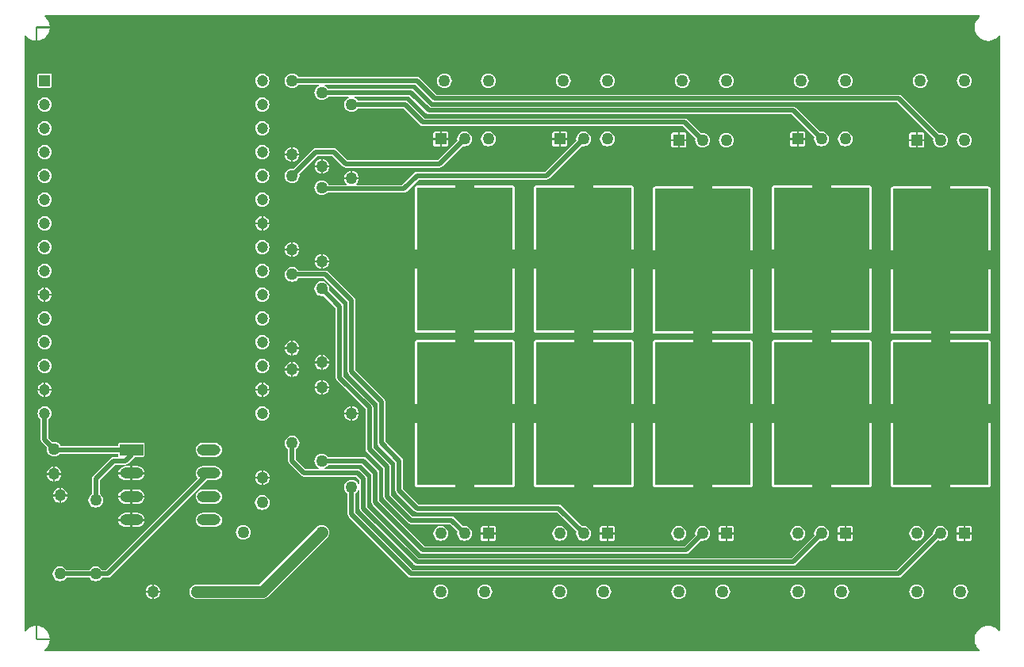
<source format=gtl>
G04 Layer_Physical_Order=1*
G04 Layer_Color=255*
%FSAX24Y24*%
%MOIN*%
G70*
G01*
G75*
%ADD10R,0.4000X0.6000*%
%ADD11C,0.0200*%
%ADD12C,0.0500*%
%ADD13C,0.0500*%
%ADD14R,0.0500X0.0500*%
%ADD15R,0.0472X0.0472*%
%ADD16C,0.0472*%
%ADD17O,0.0984X0.0472*%
%ADD18R,0.0984X0.0472*%
G36*
X052908Y048700D02*
X052854Y048658D01*
X052849Y048651D01*
X052842Y048646D01*
X052762Y048542D01*
X052759Y048533D01*
X052753Y048527D01*
X052703Y048405D01*
X052703Y048397D01*
X052698Y048389D01*
X052681Y048258D01*
X052684Y048250D01*
X052681Y048242D01*
X052698Y048111D01*
X052703Y048103D01*
X052703Y048095D01*
X052753Y047973D01*
X052759Y047967D01*
X052762Y047958D01*
X052842Y047854D01*
X052849Y047849D01*
X052854Y047842D01*
X052958Y047762D01*
X052967Y047759D01*
X052973Y047753D01*
X053095Y047703D01*
X053103Y047703D01*
X053111Y047698D01*
X053242Y047681D01*
X053246Y047682D01*
X053250Y047681D01*
X053254Y047682D01*
X053258Y047681D01*
X053389Y047698D01*
X053397Y047703D01*
X053405Y047703D01*
X053527Y047753D01*
X053533Y047759D01*
X053542Y047762D01*
X053646Y047842D01*
X053651Y047849D01*
X053658Y047854D01*
X053700Y047908D01*
X053750Y047891D01*
X053750Y022859D01*
X053700Y022842D01*
X053658Y022896D01*
X053651Y022901D01*
X053646Y022908D01*
X053542Y022988D01*
X053533Y022991D01*
X053527Y022997D01*
X053405Y023047D01*
X053397Y023047D01*
X053389Y023052D01*
X053258Y023069D01*
X053254Y023068D01*
X053250Y023069D01*
X053246Y023068D01*
X053242Y023069D01*
X053111Y023052D01*
X053103Y023047D01*
X053095Y023047D01*
X052973Y022997D01*
X052967Y022991D01*
X052958Y022988D01*
X052854Y022908D01*
X052849Y022901D01*
X052842Y022896D01*
X052762Y022792D01*
X052759Y022783D01*
X052753Y022777D01*
X052703Y022655D01*
X052703Y022647D01*
X052698Y022639D01*
X052681Y022508D01*
X052684Y022500D01*
X052681Y022492D01*
X052698Y022361D01*
X052703Y022353D01*
X052703Y022345D01*
X052753Y022223D01*
X052759Y022217D01*
X052762Y022208D01*
X052842Y022104D01*
X052849Y022099D01*
X052854Y022092D01*
X052908Y022050D01*
X052891Y022000D01*
X013608Y022000D01*
X013591Y022050D01*
X013646Y022092D01*
X013651Y022099D01*
X013658Y022104D01*
X013738Y022208D01*
X013741Y022217D01*
X013747Y022223D01*
X013797Y022345D01*
X013797Y022353D01*
X013802Y022361D01*
X013815Y022460D01*
X013250Y022460D01*
X013250Y022500D01*
X013210Y022500D01*
X013210Y023065D01*
X013111Y023052D01*
X013103Y023047D01*
X013095Y023047D01*
X012973Y022997D01*
X012967Y022991D01*
X012958Y022988D01*
X012854Y022908D01*
X012849Y022901D01*
X012842Y022896D01*
X012800Y022842D01*
X012750Y022859D01*
X012750Y047891D01*
X012800Y047908D01*
X012842Y047854D01*
X012849Y047849D01*
X012854Y047842D01*
X012958Y047762D01*
X012967Y047759D01*
X012973Y047753D01*
X013095Y047703D01*
X013103Y047703D01*
X013111Y047698D01*
X013210Y047685D01*
X013210Y048250D01*
X013250Y048250D01*
X013250Y048290D01*
X013815Y048290D01*
X013802Y048389D01*
X013797Y048397D01*
X013797Y048405D01*
X013747Y048527D01*
X013741Y048533D01*
X013738Y048542D01*
X013658Y048646D01*
X013651Y048651D01*
X013646Y048658D01*
X013592Y048700D01*
X013609Y048750D01*
X052891Y048750D01*
X052908Y048700D01*
X052908Y048700D02*
G37*
%LPC*%
G36*
X017797Y029444D02*
X017288Y029444D01*
X017288Y029185D01*
X017504Y029185D01*
X017581Y029196D01*
X017653Y029225D01*
X017715Y029273D01*
X017763Y029335D01*
X017793Y029407D01*
X017797Y029444D01*
X017797Y029444D02*
G37*
G36*
X022710Y029607D02*
X022669Y029602D01*
X022594Y029571D01*
X022529Y029521D01*
X022479Y029456D01*
X022448Y029381D01*
X022443Y029340D01*
X022710Y029340D01*
X022710Y029607D01*
X022710Y029607D02*
G37*
G36*
X022790Y029607D02*
X022790Y029340D01*
X023057Y029340D01*
X023052Y029381D01*
X023021Y029456D01*
X022971Y029521D01*
X022906Y029571D01*
X022831Y029602D01*
X022790Y029607D01*
X022790Y029607D02*
G37*
G36*
X017208Y029444D02*
X016699Y029444D01*
X016704Y029407D01*
X016733Y029335D01*
X016781Y029273D01*
X016843Y029225D01*
X016915Y029196D01*
X016992Y029185D01*
X017208Y029185D01*
X017208Y029444D01*
X017208Y029444D02*
G37*
G36*
X023057Y029260D02*
X022790Y029260D01*
X022790Y028993D01*
X022831Y028998D01*
X022906Y029029D01*
X022971Y029079D01*
X023021Y029144D01*
X023052Y029219D01*
X023057Y029260D01*
X023057Y029260D02*
G37*
G36*
X013960Y029410D02*
X013693Y029410D01*
X013698Y029369D01*
X013729Y029294D01*
X013779Y029229D01*
X013844Y029179D01*
X013919Y029148D01*
X013960Y029143D01*
X013960Y029410D01*
X013960Y029410D02*
G37*
G36*
X014307Y029410D02*
X014040Y029410D01*
X014040Y029143D01*
X014081Y029148D01*
X014156Y029179D01*
X014221Y029229D01*
X014271Y029294D01*
X014302Y029369D01*
X014307Y029410D01*
X014307Y029410D02*
G37*
G36*
X020756Y030767D02*
X020244Y030767D01*
X020167Y030757D01*
X020095Y030727D01*
X020033Y030680D01*
X019985Y030618D01*
X019956Y030546D01*
X019945Y030468D01*
X019956Y030391D01*
X019985Y030319D01*
X020033Y030257D01*
X020095Y030210D01*
X020167Y030180D01*
X020244Y030170D01*
X020756Y030170D01*
X020833Y030180D01*
X020905Y030210D01*
X020967Y030257D01*
X021015Y030319D01*
X021044Y030391D01*
X021055Y030468D01*
X021044Y030546D01*
X021015Y030618D01*
X020967Y030680D01*
X020905Y030727D01*
X020833Y030757D01*
X020756Y030767D01*
X020756Y030767D02*
G37*
G36*
X026460Y031960D02*
X026193Y031960D01*
X026198Y031919D01*
X026229Y031844D01*
X026279Y031779D01*
X026344Y031729D01*
X026419Y031698D01*
X026460Y031693D01*
X026460Y031960D01*
X026460Y031960D02*
G37*
G36*
X026807Y031960D02*
X026540Y031960D01*
X026540Y031693D01*
X026581Y031698D01*
X026656Y031729D01*
X026721Y031779D01*
X026771Y031844D01*
X026802Y031919D01*
X026807Y031960D01*
X026807Y031960D02*
G37*
G36*
X017504Y029783D02*
X017288Y029783D01*
X017288Y029524D01*
X017797Y029524D01*
X017793Y029562D01*
X017763Y029634D01*
X017715Y029696D01*
X017653Y029743D01*
X017581Y029773D01*
X017504Y029783D01*
X017504Y029783D02*
G37*
G36*
X013960Y029757D02*
X013919Y029752D01*
X013844Y029721D01*
X013779Y029671D01*
X013729Y029606D01*
X013698Y029531D01*
X013693Y029490D01*
X013960Y029490D01*
X013960Y029757D01*
X013960Y029757D02*
G37*
G36*
X014040Y029757D02*
X014040Y029490D01*
X014307Y029490D01*
X014302Y029531D01*
X014271Y029606D01*
X014221Y029671D01*
X014156Y029721D01*
X014081Y029752D01*
X014040Y029757D01*
X014040Y029757D02*
G37*
G36*
X017208Y029783D02*
X016992Y029783D01*
X016915Y029773D01*
X016843Y029743D01*
X016781Y029696D01*
X016733Y029634D01*
X016704Y029562D01*
X016699Y029524D01*
X017208Y029524D01*
X017208Y029783D01*
X017208Y029783D02*
G37*
G36*
X022710Y029260D02*
X022443Y029260D01*
X022448Y029219D01*
X022479Y029144D01*
X022529Y029079D01*
X022594Y029029D01*
X022669Y028998D01*
X022710Y028993D01*
X022710Y029260D01*
X022710Y029260D02*
G37*
G36*
X030850Y031600D02*
X029148Y031600D01*
X029148Y029000D01*
X029156Y028961D01*
X029178Y028928D01*
X029211Y028906D01*
X029250Y028898D01*
X030850Y028898D01*
X030850Y031600D01*
X030850Y031600D02*
G37*
G36*
X033352Y031600D02*
X031650Y031600D01*
X031650Y028898D01*
X033250Y028898D01*
X033289Y028906D01*
X033322Y028928D01*
X033344Y028961D01*
X033352Y029000D01*
X033352Y031600D01*
X033352Y031600D02*
G37*
G36*
X035850Y031600D02*
X034148Y031600D01*
X034148Y029000D01*
X034156Y028961D01*
X034178Y028928D01*
X034211Y028906D01*
X034250Y028898D01*
X035850Y028898D01*
X035850Y031600D01*
X035850Y031600D02*
G37*
G36*
X014290Y028857D02*
X014290Y028590D01*
X014557Y028590D01*
X014552Y028631D01*
X014521Y028706D01*
X014471Y028771D01*
X014406Y028821D01*
X014331Y028852D01*
X014290Y028857D01*
X014290Y028857D02*
G37*
G36*
X017208Y028799D02*
X016992Y028799D01*
X016915Y028789D01*
X016843Y028759D01*
X016781Y028711D01*
X016733Y028649D01*
X016704Y028577D01*
X016699Y028540D01*
X017208Y028540D01*
X017208Y028799D01*
X017208Y028799D02*
G37*
G36*
X017504Y028799D02*
X017288Y028799D01*
X017288Y028540D01*
X017797Y028540D01*
X017793Y028577D01*
X017763Y028649D01*
X017715Y028711D01*
X017653Y028759D01*
X017581Y028789D01*
X017504Y028799D01*
X017504Y028799D02*
G37*
G36*
X014210Y028857D02*
X014169Y028852D01*
X014094Y028821D01*
X014029Y028771D01*
X013979Y028706D01*
X013948Y028631D01*
X013943Y028590D01*
X014210Y028590D01*
X014210Y028857D01*
X014210Y028857D02*
G37*
G36*
X048352Y031600D02*
X046650Y031600D01*
X046650Y028898D01*
X048250Y028898D01*
X048289Y028906D01*
X048322Y028928D01*
X048344Y028961D01*
X048352Y029000D01*
X048352Y031600D01*
X048352Y031600D02*
G37*
G36*
X050850Y031600D02*
X049148Y031600D01*
X049148Y029000D01*
X049156Y028961D01*
X049178Y028928D01*
X049211Y028906D01*
X049250Y028898D01*
X050850Y028898D01*
X050850Y031600D01*
X050850Y031600D02*
G37*
G36*
X053352Y031600D02*
X051650Y031600D01*
X051650Y028898D01*
X053250Y028898D01*
X053289Y028906D01*
X053322Y028928D01*
X053344Y028961D01*
X053352Y029000D01*
X053352Y031600D01*
X053352Y031600D02*
G37*
G36*
X045850Y031600D02*
X044148Y031600D01*
X044148Y029000D01*
X044156Y028961D01*
X044178Y028928D01*
X044211Y028906D01*
X044250Y028898D01*
X045850Y028898D01*
X045850Y031600D01*
X045850Y031600D02*
G37*
G36*
X038352Y031600D02*
X036650Y031600D01*
X036650Y028898D01*
X038250Y028898D01*
X038289Y028906D01*
X038322Y028928D01*
X038344Y028961D01*
X038352Y029000D01*
X038352Y031600D01*
X038352Y031600D02*
G37*
G36*
X040850Y031600D02*
X039148Y031600D01*
X039148Y029000D01*
X039156Y028961D01*
X039178Y028928D01*
X039211Y028906D01*
X039250Y028898D01*
X040850Y028898D01*
X040850Y031600D01*
X040850Y031600D02*
G37*
G36*
X043352Y031600D02*
X041650Y031600D01*
X041650Y028898D01*
X043250Y028898D01*
X043289Y028906D01*
X043322Y028928D01*
X043344Y028961D01*
X043352Y029000D01*
X043352Y031600D01*
X043352Y031600D02*
G37*
G36*
X013560Y033294D02*
X013523Y033289D01*
X013451Y033259D01*
X013389Y033211D01*
X013341Y033149D01*
X013311Y033077D01*
X013306Y033040D01*
X013560Y033040D01*
X013560Y033294D01*
X013560Y033294D02*
G37*
G36*
X013640Y033294D02*
X013640Y033040D01*
X013894Y033040D01*
X013889Y033077D01*
X013859Y033149D01*
X013811Y033211D01*
X013749Y033259D01*
X013677Y033289D01*
X013640Y033294D01*
X013640Y033294D02*
G37*
G36*
X022710Y033294D02*
X022673Y033289D01*
X022601Y033259D01*
X022539Y033211D01*
X022491Y033149D01*
X022461Y033077D01*
X022456Y033040D01*
X022710Y033040D01*
X022710Y033294D01*
X022710Y033294D02*
G37*
G36*
X025557Y033060D02*
X025290Y033060D01*
X025290Y032793D01*
X025331Y032798D01*
X025406Y032829D01*
X025471Y032879D01*
X025521Y032944D01*
X025552Y033019D01*
X025557Y033060D01*
X025557Y033060D02*
G37*
G36*
X022710Y032960D02*
X022456Y032960D01*
X022461Y032923D01*
X022491Y032851D01*
X022539Y032789D01*
X022601Y032741D01*
X022673Y032711D01*
X022710Y032706D01*
X022710Y032960D01*
X022710Y032960D02*
G37*
G36*
X023044Y032960D02*
X022790Y032960D01*
X022790Y032706D01*
X022827Y032711D01*
X022899Y032741D01*
X022961Y032789D01*
X023009Y032851D01*
X023039Y032923D01*
X023044Y032960D01*
X023044Y032960D02*
G37*
G36*
X025210Y033060D02*
X024943Y033060D01*
X024948Y033019D01*
X024979Y032944D01*
X025029Y032879D01*
X025094Y032829D01*
X025169Y032798D01*
X025210Y032793D01*
X025210Y033060D01*
X025210Y033060D02*
G37*
G36*
X024307Y033810D02*
X024040Y033810D01*
X024040Y033543D01*
X024081Y033548D01*
X024156Y033579D01*
X024221Y033629D01*
X024271Y033694D01*
X024302Y033769D01*
X024307Y033810D01*
X024307Y033810D02*
G37*
G36*
X013600Y034299D02*
X013523Y034289D01*
X013451Y034259D01*
X013389Y034211D01*
X013341Y034149D01*
X013311Y034077D01*
X013301Y034000D01*
X013311Y033923D01*
X013341Y033851D01*
X013389Y033789D01*
X013451Y033741D01*
X013523Y033711D01*
X013600Y033701D01*
X013677Y033711D01*
X013749Y033741D01*
X013811Y033789D01*
X013859Y033851D01*
X013889Y033923D01*
X013899Y034000D01*
X013889Y034077D01*
X013859Y034149D01*
X013811Y034211D01*
X013749Y034259D01*
X013677Y034289D01*
X013600Y034299D01*
X013600Y034299D02*
G37*
G36*
X022750Y034299D02*
X022673Y034289D01*
X022601Y034259D01*
X022539Y034211D01*
X022491Y034149D01*
X022461Y034077D01*
X022451Y034000D01*
X022461Y033923D01*
X022491Y033851D01*
X022539Y033789D01*
X022601Y033741D01*
X022673Y033711D01*
X022750Y033701D01*
X022827Y033711D01*
X022899Y033741D01*
X022961Y033789D01*
X023009Y033851D01*
X023039Y033923D01*
X023049Y034000D01*
X023039Y034077D01*
X023009Y034149D01*
X022961Y034211D01*
X022899Y034259D01*
X022827Y034289D01*
X022750Y034299D01*
X022750Y034299D02*
G37*
G36*
X023960Y033810D02*
X023693Y033810D01*
X023698Y033769D01*
X023729Y033694D01*
X023779Y033629D01*
X023844Y033579D01*
X023919Y033548D01*
X023960Y033543D01*
X023960Y033810D01*
X023960Y033810D02*
G37*
G36*
X022790Y033294D02*
X022790Y033040D01*
X023044Y033040D01*
X023039Y033077D01*
X023009Y033149D01*
X022961Y033211D01*
X022899Y033259D01*
X022827Y033289D01*
X022790Y033294D01*
X022790Y033294D02*
G37*
G36*
X025210Y033407D02*
X025169Y033402D01*
X025094Y033371D01*
X025029Y033321D01*
X024979Y033256D01*
X024948Y033181D01*
X024943Y033140D01*
X025210Y033140D01*
X025210Y033407D01*
X025210Y033407D02*
G37*
G36*
X025290Y033407D02*
X025290Y033140D01*
X025557Y033140D01*
X025552Y033181D01*
X025521Y033256D01*
X025471Y033321D01*
X025406Y033371D01*
X025331Y033402D01*
X025290Y033407D01*
X025290Y033407D02*
G37*
G36*
X013894Y032960D02*
X013640Y032960D01*
X013640Y032706D01*
X013677Y032711D01*
X013749Y032741D01*
X013811Y032789D01*
X013859Y032851D01*
X013889Y032923D01*
X013894Y032960D01*
X013894Y032960D02*
G37*
G36*
X035850Y035102D02*
X034250Y035102D01*
X034211Y035094D01*
X034178Y035072D01*
X034156Y035039D01*
X034148Y035000D01*
X034148Y032400D01*
X035850Y032400D01*
X035850Y035102D01*
X035850Y035102D02*
G37*
G36*
X040850Y035102D02*
X039250Y035102D01*
X039211Y035094D01*
X039178Y035072D01*
X039156Y035039D01*
X039148Y035000D01*
X039148Y032400D01*
X040850Y032400D01*
X040850Y035102D01*
X040850Y035102D02*
G37*
G36*
X045850Y035102D02*
X044250Y035102D01*
X044211Y035094D01*
X044178Y035072D01*
X044156Y035039D01*
X044148Y035000D01*
X044148Y032400D01*
X045850Y032400D01*
X045850Y035102D01*
X045850Y035102D02*
G37*
G36*
X030850Y035102D02*
X029250Y035102D01*
X029211Y035094D01*
X029178Y035072D01*
X029156Y035039D01*
X029148Y035000D01*
X029148Y032400D01*
X030850Y032400D01*
X030850Y035102D01*
X030850Y035102D02*
G37*
G36*
X022750Y032299D02*
X022673Y032289D01*
X022601Y032259D01*
X022539Y032211D01*
X022491Y032149D01*
X022461Y032077D01*
X022451Y032000D01*
X022461Y031923D01*
X022491Y031851D01*
X022539Y031789D01*
X022601Y031741D01*
X022673Y031711D01*
X022750Y031701D01*
X022827Y031711D01*
X022899Y031741D01*
X022961Y031789D01*
X023009Y031851D01*
X023039Y031923D01*
X023049Y032000D01*
X023039Y032077D01*
X023009Y032149D01*
X022961Y032211D01*
X022899Y032259D01*
X022827Y032289D01*
X022750Y032299D01*
X022750Y032299D02*
G37*
G36*
X026460Y032307D02*
X026419Y032302D01*
X026344Y032271D01*
X026279Y032221D01*
X026229Y032156D01*
X026198Y032081D01*
X026193Y032040D01*
X026460Y032040D01*
X026460Y032307D01*
X026460Y032307D02*
G37*
G36*
X026540Y032307D02*
X026540Y032040D01*
X026807Y032040D01*
X026802Y032081D01*
X026771Y032156D01*
X026721Y032221D01*
X026656Y032271D01*
X026581Y032302D01*
X026540Y032307D01*
X026540Y032307D02*
G37*
G36*
X048250Y035102D02*
X046650Y035102D01*
X046650Y032400D01*
X048352Y032400D01*
X048352Y035000D01*
X048344Y035039D01*
X048322Y035072D01*
X048289Y035094D01*
X048250Y035102D01*
X048250Y035102D02*
G37*
G36*
X053250Y035102D02*
X051650Y035102D01*
X051650Y032400D01*
X053352Y032400D01*
X053352Y035000D01*
X053344Y035039D01*
X053322Y035072D01*
X053289Y035094D01*
X053250Y035102D01*
X053250Y035102D02*
G37*
G36*
X013560Y032960D02*
X013306Y032960D01*
X013311Y032923D01*
X013341Y032851D01*
X013389Y032789D01*
X013451Y032741D01*
X013523Y032711D01*
X013560Y032706D01*
X013560Y032960D01*
X013560Y032960D02*
G37*
G36*
X043250Y035102D02*
X041650Y035102D01*
X041650Y032400D01*
X043352Y032400D01*
X043352Y035000D01*
X043344Y035039D01*
X043322Y035072D01*
X043289Y035094D01*
X043250Y035102D01*
X043250Y035102D02*
G37*
G36*
X050850Y035102D02*
X049250Y035102D01*
X049211Y035094D01*
X049178Y035072D01*
X049156Y035039D01*
X049148Y035000D01*
X049148Y032400D01*
X050850Y032400D01*
X050850Y035102D01*
X050850Y035102D02*
G37*
G36*
X033250Y035102D02*
X031650Y035102D01*
X031650Y032400D01*
X033352Y032400D01*
X033352Y035000D01*
X033344Y035039D01*
X033322Y035072D01*
X033289Y035094D01*
X033250Y035102D01*
X033250Y035102D02*
G37*
G36*
X038250Y035102D02*
X036650Y035102D01*
X036650Y032400D01*
X038352Y032400D01*
X038352Y035000D01*
X038344Y035039D01*
X038322Y035072D01*
X038289Y035094D01*
X038250Y035102D01*
X038250Y035102D02*
G37*
G36*
X037210Y026910D02*
X036935Y026910D01*
X036935Y026700D01*
X036954Y026654D01*
X037000Y026635D01*
X037210Y026635D01*
X037210Y026910D01*
X037210Y026910D02*
G37*
G36*
X037565Y026910D02*
X037290Y026910D01*
X037290Y026635D01*
X037500Y026635D01*
X037546Y026654D01*
X037565Y026700D01*
X037565Y026910D01*
X037565Y026910D02*
G37*
G36*
X042210Y026910D02*
X041935Y026910D01*
X041935Y026700D01*
X041954Y026654D01*
X042000Y026635D01*
X042210Y026635D01*
X042210Y026910D01*
X042210Y026910D02*
G37*
G36*
X032565Y026910D02*
X032290Y026910D01*
X032290Y026635D01*
X032500Y026635D01*
X032546Y026654D01*
X032565Y026700D01*
X032565Y026910D01*
X032565Y026910D02*
G37*
G36*
X018190Y024807D02*
X018190Y024540D01*
X018457Y024540D01*
X018452Y024581D01*
X018421Y024656D01*
X018371Y024721D01*
X018306Y024771D01*
X018231Y024802D01*
X018190Y024807D01*
X018190Y024807D02*
G37*
G36*
X020756Y029783D02*
X020244Y029783D01*
X020167Y029773D01*
X020095Y029743D01*
X020033Y029696D01*
X019985Y029634D01*
X019956Y029562D01*
X019945Y029484D01*
X019956Y029407D01*
X019985Y029335D01*
X020033Y029273D01*
X020033Y029264D01*
X016182Y025413D01*
X016016Y025413D01*
X015971Y025471D01*
X015906Y025521D01*
X015831Y025552D01*
X015750Y025563D01*
X015669Y025552D01*
X015594Y025521D01*
X015529Y025471D01*
X015484Y025413D01*
X014516Y025413D01*
X014471Y025471D01*
X014406Y025521D01*
X014331Y025552D01*
X014250Y025563D01*
X014169Y025552D01*
X014094Y025521D01*
X014029Y025471D01*
X013979Y025406D01*
X013948Y025331D01*
X013937Y025250D01*
X013948Y025169D01*
X013979Y025094D01*
X014029Y025029D01*
X014094Y024979D01*
X014169Y024948D01*
X014250Y024937D01*
X014331Y024948D01*
X014406Y024979D01*
X014471Y025029D01*
X014516Y025087D01*
X015484Y025087D01*
X015529Y025029D01*
X015594Y024979D01*
X015669Y024948D01*
X015750Y024937D01*
X015831Y024948D01*
X015906Y024979D01*
X015971Y025029D01*
X016016Y025087D01*
X016250Y025087D01*
X016312Y025099D01*
X016365Y025135D01*
X020416Y029185D01*
X020756Y029185D01*
X020833Y029196D01*
X020905Y029225D01*
X020967Y029273D01*
X021015Y029335D01*
X021044Y029407D01*
X021055Y029484D01*
X021044Y029562D01*
X021015Y029634D01*
X020967Y029696D01*
X020905Y029743D01*
X020833Y029773D01*
X020756Y029783D01*
X020756Y029783D02*
G37*
G36*
X032210Y026910D02*
X031935Y026910D01*
X031935Y026700D01*
X031954Y026654D01*
X032000Y026635D01*
X032210Y026635D01*
X032210Y026910D01*
X032210Y026910D02*
G37*
G36*
X052565Y026910D02*
X052290Y026910D01*
X052290Y026635D01*
X052500Y026635D01*
X052546Y026654D01*
X052565Y026700D01*
X052565Y026910D01*
X052565Y026910D02*
G37*
G36*
X030250Y027263D02*
X030169Y027252D01*
X030094Y027221D01*
X030029Y027171D01*
X029979Y027106D01*
X029948Y027031D01*
X029937Y026950D01*
X029948Y026869D01*
X029979Y026794D01*
X030029Y026729D01*
X030094Y026679D01*
X030169Y026648D01*
X030250Y026637D01*
X030331Y026648D01*
X030406Y026679D01*
X030471Y026729D01*
X030521Y026794D01*
X030552Y026869D01*
X030563Y026950D01*
X030552Y027031D01*
X030521Y027106D01*
X030471Y027171D01*
X030406Y027221D01*
X030331Y027252D01*
X030250Y027263D01*
X030250Y027263D02*
G37*
G36*
X025250Y037563D02*
X025169Y037552D01*
X025094Y037521D01*
X025029Y037471D01*
X024979Y037406D01*
X024948Y037331D01*
X024937Y037250D01*
X024948Y037169D01*
X024979Y037094D01*
X025029Y037029D01*
X025094Y036979D01*
X025169Y036948D01*
X025250Y036937D01*
X025322Y036947D01*
X025837Y036432D01*
X025837Y033500D01*
X025849Y033438D01*
X025885Y033385D01*
X027087Y032182D01*
X027087Y030500D01*
X027099Y030438D01*
X027135Y030385D01*
X027837Y029682D01*
X027837Y028500D01*
X027849Y028438D01*
X027885Y028385D01*
X028885Y027385D01*
X028938Y027349D01*
X029000Y027337D01*
X029000Y027337D01*
X030632Y027337D01*
X030947Y027022D01*
X030937Y026950D01*
X030948Y026869D01*
X030979Y026794D01*
X031029Y026729D01*
X031094Y026679D01*
X031169Y026648D01*
X031250Y026637D01*
X031331Y026648D01*
X031406Y026679D01*
X031471Y026729D01*
X031521Y026794D01*
X031552Y026869D01*
X031563Y026950D01*
X031552Y027031D01*
X031521Y027106D01*
X031471Y027171D01*
X031406Y027221D01*
X031331Y027252D01*
X031250Y027263D01*
X031178Y027253D01*
X030815Y027615D01*
X030762Y027651D01*
X030700Y027663D01*
X029068Y027663D01*
X028163Y028568D01*
X028163Y029750D01*
X028151Y029812D01*
X028115Y029865D01*
X027413Y030568D01*
X027413Y032250D01*
X027401Y032312D01*
X027365Y032365D01*
X026163Y033568D01*
X026163Y036500D01*
X026151Y036562D01*
X026115Y036615D01*
X025553Y037178D01*
X025563Y037250D01*
X025552Y037331D01*
X025521Y037406D01*
X025471Y037471D01*
X025406Y037521D01*
X025331Y037552D01*
X025250Y037563D01*
X025250Y037563D02*
G37*
G36*
X052210Y026910D02*
X051935Y026910D01*
X051935Y026700D01*
X051954Y026654D01*
X052000Y026635D01*
X052210Y026635D01*
X052210Y026910D01*
X052210Y026910D02*
G37*
G36*
X042565Y026910D02*
X042290Y026910D01*
X042290Y026635D01*
X042500Y026635D01*
X042546Y026654D01*
X042565Y026700D01*
X042565Y026910D01*
X042565Y026910D02*
G37*
G36*
X047210Y026910D02*
X046935Y026910D01*
X046935Y026700D01*
X046954Y026654D01*
X047000Y026635D01*
X047210Y026635D01*
X047210Y026910D01*
X047210Y026910D02*
G37*
G36*
X047565Y026910D02*
X047290Y026910D01*
X047290Y026635D01*
X047500Y026635D01*
X047546Y026654D01*
X047565Y026700D01*
X047565Y026910D01*
X047565Y026910D02*
G37*
G36*
X018110Y024807D02*
X018069Y024802D01*
X017994Y024771D01*
X017929Y024721D01*
X017879Y024656D01*
X017848Y024581D01*
X017843Y024540D01*
X018110Y024540D01*
X018110Y024807D01*
X018110Y024807D02*
G37*
G36*
X035250Y024813D02*
X035169Y024802D01*
X035094Y024771D01*
X035029Y024721D01*
X034979Y024656D01*
X034948Y024581D01*
X034937Y024500D01*
X034948Y024419D01*
X034979Y024344D01*
X035029Y024279D01*
X035094Y024229D01*
X035169Y024198D01*
X035250Y024187D01*
X035331Y024198D01*
X035406Y024229D01*
X035471Y024279D01*
X035521Y024344D01*
X035552Y024419D01*
X035563Y024500D01*
X035552Y024581D01*
X035521Y024656D01*
X035471Y024721D01*
X035406Y024771D01*
X035331Y024802D01*
X035250Y024813D01*
X035250Y024813D02*
G37*
G36*
X037100Y024813D02*
X037019Y024802D01*
X036944Y024771D01*
X036879Y024721D01*
X036829Y024656D01*
X036798Y024581D01*
X036787Y024500D01*
X036798Y024419D01*
X036829Y024344D01*
X036879Y024279D01*
X036944Y024229D01*
X037019Y024198D01*
X037100Y024187D01*
X037181Y024198D01*
X037256Y024229D01*
X037321Y024279D01*
X037371Y024344D01*
X037402Y024419D01*
X037413Y024500D01*
X037402Y024581D01*
X037371Y024656D01*
X037321Y024721D01*
X037256Y024771D01*
X037181Y024802D01*
X037100Y024813D01*
X037100Y024813D02*
G37*
G36*
X040250Y024813D02*
X040169Y024802D01*
X040094Y024771D01*
X040029Y024721D01*
X039979Y024656D01*
X039948Y024581D01*
X039937Y024500D01*
X039948Y024419D01*
X039979Y024344D01*
X040029Y024279D01*
X040094Y024229D01*
X040169Y024198D01*
X040250Y024187D01*
X040331Y024198D01*
X040406Y024229D01*
X040471Y024279D01*
X040521Y024344D01*
X040552Y024419D01*
X040563Y024500D01*
X040552Y024581D01*
X040521Y024656D01*
X040471Y024721D01*
X040406Y024771D01*
X040331Y024802D01*
X040250Y024813D01*
X040250Y024813D02*
G37*
G36*
X032100Y024813D02*
X032019Y024802D01*
X031944Y024771D01*
X031879Y024721D01*
X031829Y024656D01*
X031798Y024581D01*
X031787Y024500D01*
X031798Y024419D01*
X031829Y024344D01*
X031879Y024279D01*
X031944Y024229D01*
X032019Y024198D01*
X032100Y024187D01*
X032181Y024198D01*
X032256Y024229D01*
X032321Y024279D01*
X032371Y024344D01*
X032402Y024419D01*
X032413Y024500D01*
X032402Y024581D01*
X032371Y024656D01*
X032321Y024721D01*
X032256Y024771D01*
X032181Y024802D01*
X032100Y024813D01*
X032100Y024813D02*
G37*
G36*
X013290Y023065D02*
X013290Y022540D01*
X013815Y022540D01*
X013802Y022639D01*
X013797Y022647D01*
X013797Y022655D01*
X013747Y022777D01*
X013741Y022783D01*
X013738Y022792D01*
X013658Y022896D01*
X013651Y022901D01*
X013646Y022908D01*
X013542Y022988D01*
X013533Y022991D01*
X013527Y022997D01*
X013405Y023047D01*
X013397Y023047D01*
X013389Y023052D01*
X013290Y023065D01*
X013290Y023065D02*
G37*
G36*
X025250Y027313D02*
X025169Y027302D01*
X025094Y027271D01*
X025029Y027221D01*
X022620Y024813D01*
X020000Y024813D01*
X019919Y024802D01*
X019844Y024771D01*
X019779Y024721D01*
X019729Y024656D01*
X019698Y024581D01*
X019687Y024500D01*
X019698Y024419D01*
X019729Y024344D01*
X019779Y024279D01*
X019844Y024229D01*
X019919Y024198D01*
X020000Y024187D01*
X022750Y024187D01*
X022750Y024187D01*
X022831Y024198D01*
X022906Y024229D01*
X022971Y024279D01*
X025471Y026779D01*
X025521Y026844D01*
X025552Y026919D01*
X025563Y027000D01*
X025552Y027081D01*
X025521Y027156D01*
X025471Y027221D01*
X025406Y027271D01*
X025331Y027302D01*
X025250Y027313D01*
X025250Y027313D02*
G37*
G36*
X030250Y024813D02*
X030169Y024802D01*
X030094Y024771D01*
X030029Y024721D01*
X029979Y024656D01*
X029948Y024581D01*
X029937Y024500D01*
X029948Y024419D01*
X029979Y024344D01*
X030029Y024279D01*
X030094Y024229D01*
X030169Y024198D01*
X030250Y024187D01*
X030331Y024198D01*
X030406Y024229D01*
X030471Y024279D01*
X030521Y024344D01*
X030552Y024419D01*
X030563Y024500D01*
X030552Y024581D01*
X030521Y024656D01*
X030471Y024721D01*
X030406Y024771D01*
X030331Y024802D01*
X030250Y024813D01*
X030250Y024813D02*
G37*
G36*
X052100Y024813D02*
X052019Y024802D01*
X051944Y024771D01*
X051879Y024721D01*
X051829Y024656D01*
X051798Y024581D01*
X051787Y024500D01*
X051798Y024419D01*
X051829Y024344D01*
X051879Y024279D01*
X051944Y024229D01*
X052019Y024198D01*
X052100Y024187D01*
X052181Y024198D01*
X052256Y024229D01*
X052321Y024279D01*
X052371Y024344D01*
X052402Y024419D01*
X052413Y024500D01*
X052402Y024581D01*
X052371Y024656D01*
X052321Y024721D01*
X052256Y024771D01*
X052181Y024802D01*
X052100Y024813D01*
X052100Y024813D02*
G37*
G36*
X018110Y024460D02*
X017843Y024460D01*
X017848Y024419D01*
X017879Y024344D01*
X017929Y024279D01*
X017994Y024229D01*
X018069Y024198D01*
X018110Y024193D01*
X018110Y024460D01*
X018110Y024460D02*
G37*
G36*
X018457Y024460D02*
X018190Y024460D01*
X018190Y024193D01*
X018231Y024198D01*
X018306Y024229D01*
X018371Y024279D01*
X018421Y024344D01*
X018452Y024419D01*
X018457Y024460D01*
X018457Y024460D02*
G37*
G36*
X050250Y024813D02*
X050169Y024802D01*
X050094Y024771D01*
X050029Y024721D01*
X049979Y024656D01*
X049948Y024581D01*
X049937Y024500D01*
X049948Y024419D01*
X049979Y024344D01*
X050029Y024279D01*
X050094Y024229D01*
X050169Y024198D01*
X050250Y024187D01*
X050331Y024198D01*
X050406Y024229D01*
X050471Y024279D01*
X050521Y024344D01*
X050552Y024419D01*
X050563Y024500D01*
X050552Y024581D01*
X050521Y024656D01*
X050471Y024721D01*
X050406Y024771D01*
X050331Y024802D01*
X050250Y024813D01*
X050250Y024813D02*
G37*
G36*
X042100Y024813D02*
X042019Y024802D01*
X041944Y024771D01*
X041879Y024721D01*
X041829Y024656D01*
X041798Y024581D01*
X041787Y024500D01*
X041798Y024419D01*
X041829Y024344D01*
X041879Y024279D01*
X041944Y024229D01*
X042019Y024198D01*
X042100Y024187D01*
X042181Y024198D01*
X042256Y024229D01*
X042321Y024279D01*
X042371Y024344D01*
X042402Y024419D01*
X042413Y024500D01*
X042402Y024581D01*
X042371Y024656D01*
X042321Y024721D01*
X042256Y024771D01*
X042181Y024802D01*
X042100Y024813D01*
X042100Y024813D02*
G37*
G36*
X045250Y024813D02*
X045169Y024802D01*
X045094Y024771D01*
X045029Y024721D01*
X044979Y024656D01*
X044948Y024581D01*
X044937Y024500D01*
X044948Y024419D01*
X044979Y024344D01*
X045029Y024279D01*
X045094Y024229D01*
X045169Y024198D01*
X045250Y024187D01*
X045331Y024198D01*
X045406Y024229D01*
X045471Y024279D01*
X045521Y024344D01*
X045552Y024419D01*
X045563Y024500D01*
X045552Y024581D01*
X045521Y024656D01*
X045471Y024721D01*
X045406Y024771D01*
X045331Y024802D01*
X045250Y024813D01*
X045250Y024813D02*
G37*
G36*
X047100Y024813D02*
X047019Y024802D01*
X046944Y024771D01*
X046879Y024721D01*
X046829Y024656D01*
X046798Y024581D01*
X046787Y024500D01*
X046798Y024419D01*
X046829Y024344D01*
X046879Y024279D01*
X046944Y024229D01*
X047019Y024198D01*
X047100Y024187D01*
X047181Y024198D01*
X047256Y024229D01*
X047321Y024279D01*
X047371Y024344D01*
X047402Y024419D01*
X047413Y024500D01*
X047402Y024581D01*
X047371Y024656D01*
X047321Y024721D01*
X047256Y024771D01*
X047181Y024802D01*
X047100Y024813D01*
X047100Y024813D02*
G37*
G36*
X020756Y027815D02*
X020244Y027815D01*
X020167Y027804D01*
X020095Y027775D01*
X020033Y027727D01*
X019985Y027665D01*
X019956Y027593D01*
X019945Y027516D01*
X019956Y027438D01*
X019985Y027366D01*
X020033Y027304D01*
X020095Y027257D01*
X020167Y027227D01*
X020244Y027217D01*
X020756Y027217D01*
X020833Y027227D01*
X020905Y027257D01*
X020967Y027304D01*
X021015Y027366D01*
X021044Y027438D01*
X021055Y027516D01*
X021044Y027593D01*
X021015Y027665D01*
X020967Y027727D01*
X020905Y027775D01*
X020833Y027804D01*
X020756Y027815D01*
X020756Y027815D02*
G37*
G36*
X017208Y027815D02*
X016992Y027815D01*
X016915Y027804D01*
X016843Y027775D01*
X016781Y027727D01*
X016733Y027665D01*
X016704Y027593D01*
X016699Y027556D01*
X017208Y027556D01*
X017208Y027815D01*
X017208Y027815D02*
G37*
G36*
X017504Y027815D02*
X017288Y027815D01*
X017288Y027556D01*
X017797Y027556D01*
X017793Y027593D01*
X017763Y027665D01*
X017715Y027727D01*
X017653Y027775D01*
X017581Y027804D01*
X017504Y027815D01*
X017504Y027815D02*
G37*
G36*
X017797Y027476D02*
X017288Y027476D01*
X017288Y027217D01*
X017504Y027217D01*
X017581Y027227D01*
X017653Y027257D01*
X017715Y027304D01*
X017763Y027366D01*
X017793Y027438D01*
X017797Y027476D01*
X017797Y027476D02*
G37*
G36*
X047500Y027265D02*
X047290Y027265D01*
X047290Y026990D01*
X047565Y026990D01*
X047565Y027200D01*
X047546Y027246D01*
X047500Y027265D01*
X047500Y027265D02*
G37*
G36*
X052500Y027265D02*
X052290Y027265D01*
X052290Y026990D01*
X052565Y026990D01*
X052565Y027200D01*
X052546Y027246D01*
X052500Y027265D01*
X052500Y027265D02*
G37*
G36*
X017208Y027476D02*
X016699Y027476D01*
X016704Y027438D01*
X016733Y027366D01*
X016781Y027304D01*
X016843Y027257D01*
X016915Y027227D01*
X016992Y027217D01*
X017208Y027217D01*
X017208Y027476D01*
X017208Y027476D02*
G37*
G36*
X020756Y028799D02*
X020244Y028799D01*
X020167Y028789D01*
X020095Y028759D01*
X020033Y028711D01*
X019985Y028649D01*
X019956Y028577D01*
X019945Y028500D01*
X019956Y028423D01*
X019985Y028351D01*
X020033Y028289D01*
X020095Y028241D01*
X020167Y028211D01*
X020244Y028201D01*
X020756Y028201D01*
X020833Y028211D01*
X020905Y028241D01*
X020967Y028289D01*
X021015Y028351D01*
X021044Y028423D01*
X021055Y028500D01*
X021044Y028577D01*
X021015Y028649D01*
X020967Y028711D01*
X020905Y028759D01*
X020833Y028789D01*
X020756Y028799D01*
X020756Y028799D02*
G37*
G36*
X014210Y028510D02*
X013943Y028510D01*
X013948Y028469D01*
X013979Y028394D01*
X014029Y028329D01*
X014094Y028279D01*
X014169Y028248D01*
X014210Y028243D01*
X014210Y028510D01*
X014210Y028510D02*
G37*
G36*
X014557Y028510D02*
X014290Y028510D01*
X014290Y028243D01*
X014331Y028248D01*
X014406Y028279D01*
X014471Y028329D01*
X014521Y028394D01*
X014552Y028469D01*
X014557Y028510D01*
X014557Y028510D02*
G37*
G36*
X017797Y028460D02*
X017288Y028460D01*
X017288Y028201D01*
X017504Y028201D01*
X017581Y028211D01*
X017653Y028241D01*
X017715Y028289D01*
X017763Y028351D01*
X017793Y028423D01*
X017797Y028460D01*
X017797Y028460D02*
G37*
G36*
X022750Y028563D02*
X022669Y028552D01*
X022594Y028521D01*
X022529Y028471D01*
X022479Y028406D01*
X022448Y028331D01*
X022437Y028250D01*
X022448Y028169D01*
X022479Y028094D01*
X022529Y028029D01*
X022594Y027979D01*
X022669Y027948D01*
X022750Y027937D01*
X022831Y027948D01*
X022906Y027979D01*
X022971Y028029D01*
X023021Y028094D01*
X023052Y028169D01*
X023063Y028250D01*
X023052Y028331D01*
X023021Y028406D01*
X022971Y028471D01*
X022906Y028521D01*
X022831Y028552D01*
X022750Y028563D01*
X022750Y028563D02*
G37*
G36*
X013600Y032299D02*
X013523Y032289D01*
X013451Y032259D01*
X013389Y032211D01*
X013341Y032149D01*
X013311Y032077D01*
X013301Y032000D01*
X013311Y031923D01*
X013341Y031851D01*
X013389Y031789D01*
X013437Y031752D01*
X013437Y030900D01*
X013449Y030838D01*
X013485Y030785D01*
X013697Y030572D01*
X013687Y030500D01*
X013698Y030419D01*
X013729Y030344D01*
X013779Y030279D01*
X013844Y030229D01*
X013919Y030198D01*
X014000Y030187D01*
X014081Y030198D01*
X014156Y030229D01*
X014221Y030279D01*
X014241Y030305D01*
X016691Y030305D01*
X016691Y030232D01*
X016699Y030213D01*
X016668Y030163D01*
X016500Y030163D01*
X016438Y030151D01*
X016385Y030115D01*
X015635Y029365D01*
X015599Y029312D01*
X015587Y029250D01*
X015587Y028616D01*
X015529Y028571D01*
X015479Y028506D01*
X015448Y028431D01*
X015437Y028350D01*
X015448Y028269D01*
X015479Y028194D01*
X015529Y028129D01*
X015594Y028079D01*
X015669Y028048D01*
X015750Y028037D01*
X015831Y028048D01*
X015906Y028079D01*
X015971Y028129D01*
X016021Y028194D01*
X016052Y028269D01*
X016063Y028350D01*
X016052Y028431D01*
X016021Y028506D01*
X015971Y028571D01*
X015913Y028616D01*
X015913Y029182D01*
X016568Y029837D01*
X017000Y029837D01*
X017062Y029849D01*
X017115Y029885D01*
X017363Y030133D01*
X017387Y030167D01*
X017740Y030167D01*
X017786Y030186D01*
X017805Y030232D01*
X017805Y030705D01*
X017786Y030751D01*
X017740Y030770D01*
X016756Y030770D01*
X016710Y030751D01*
X016691Y030705D01*
X016691Y030632D01*
X014281Y030632D01*
X014271Y030656D01*
X014221Y030721D01*
X014156Y030771D01*
X014081Y030802D01*
X014000Y030813D01*
X013928Y030803D01*
X013763Y030968D01*
X013763Y031752D01*
X013811Y031789D01*
X013859Y031851D01*
X013889Y031923D01*
X013899Y032000D01*
X013889Y032077D01*
X013859Y032149D01*
X013811Y032211D01*
X013749Y032259D01*
X013677Y032289D01*
X013600Y032299D01*
X013600Y032299D02*
G37*
G36*
X017208Y028460D02*
X016699Y028460D01*
X016704Y028423D01*
X016733Y028351D01*
X016781Y028289D01*
X016843Y028241D01*
X016915Y028211D01*
X016992Y028201D01*
X017208Y028201D01*
X017208Y028460D01*
X017208Y028460D02*
G37*
G36*
X042500Y027265D02*
X042290Y027265D01*
X042290Y026990D01*
X042565Y026990D01*
X042565Y027200D01*
X042546Y027246D01*
X042500Y027265D01*
X042500Y027265D02*
G37*
G36*
X045250Y027263D02*
X045169Y027252D01*
X045094Y027221D01*
X045029Y027171D01*
X044979Y027106D01*
X044948Y027031D01*
X044937Y026950D01*
X044948Y026869D01*
X044979Y026794D01*
X045029Y026729D01*
X045094Y026679D01*
X045169Y026648D01*
X045250Y026637D01*
X045331Y026648D01*
X045406Y026679D01*
X045471Y026729D01*
X045521Y026794D01*
X045552Y026869D01*
X045563Y026950D01*
X045552Y027031D01*
X045521Y027106D01*
X045471Y027171D01*
X045406Y027221D01*
X045331Y027252D01*
X045250Y027263D01*
X045250Y027263D02*
G37*
G36*
X050250Y027263D02*
X050169Y027252D01*
X050094Y027221D01*
X050029Y027171D01*
X049979Y027106D01*
X049948Y027031D01*
X049937Y026950D01*
X049948Y026869D01*
X049979Y026794D01*
X050029Y026729D01*
X050094Y026679D01*
X050169Y026648D01*
X050250Y026637D01*
X050331Y026648D01*
X050406Y026679D01*
X050471Y026729D01*
X050521Y026794D01*
X050552Y026869D01*
X050563Y026950D01*
X050552Y027031D01*
X050521Y027106D01*
X050471Y027171D01*
X050406Y027221D01*
X050331Y027252D01*
X050250Y027263D01*
X050250Y027263D02*
G37*
G36*
X021950Y027313D02*
X021869Y027302D01*
X021794Y027271D01*
X021729Y027221D01*
X021679Y027156D01*
X021648Y027081D01*
X021637Y027000D01*
X021648Y026919D01*
X021679Y026844D01*
X021729Y026779D01*
X021794Y026729D01*
X021869Y026698D01*
X021950Y026687D01*
X022031Y026698D01*
X022106Y026729D01*
X022171Y026779D01*
X022221Y026844D01*
X022252Y026919D01*
X022263Y027000D01*
X022252Y027081D01*
X022221Y027156D01*
X022171Y027221D01*
X022106Y027271D01*
X022031Y027302D01*
X021950Y027313D01*
X021950Y027313D02*
G37*
G36*
X024000Y031063D02*
X023919Y031052D01*
X023844Y031021D01*
X023779Y030971D01*
X023729Y030906D01*
X023698Y030831D01*
X023687Y030750D01*
X023698Y030669D01*
X023729Y030594D01*
X023779Y030529D01*
X023837Y030484D01*
X023837Y030000D01*
X023849Y029938D01*
X023885Y029885D01*
X024385Y029385D01*
X024438Y029349D01*
X024500Y029337D01*
X026682Y029337D01*
X026837Y029182D01*
X026837Y029027D01*
X026787Y029018D01*
X026771Y029056D01*
X026721Y029121D01*
X026656Y029171D01*
X026581Y029202D01*
X026500Y029213D01*
X026419Y029202D01*
X026344Y029171D01*
X026279Y029121D01*
X026229Y029056D01*
X026198Y028981D01*
X026187Y028900D01*
X026198Y028819D01*
X026229Y028744D01*
X026279Y028679D01*
X026337Y028634D01*
X026337Y027750D01*
X026349Y027688D01*
X026385Y027635D01*
X028885Y025135D01*
X028938Y025099D01*
X029000Y025087D01*
X049500Y025087D01*
X049562Y025099D01*
X049615Y025135D01*
X051141Y026660D01*
X051169Y026648D01*
X051250Y026637D01*
X051331Y026648D01*
X051406Y026679D01*
X051471Y026729D01*
X051521Y026794D01*
X051552Y026869D01*
X051563Y026950D01*
X051552Y027031D01*
X051521Y027106D01*
X051471Y027171D01*
X051406Y027221D01*
X051331Y027252D01*
X051250Y027263D01*
X051169Y027252D01*
X051094Y027221D01*
X051029Y027171D01*
X050979Y027106D01*
X050948Y027031D01*
X050937Y026950D01*
X050941Y026922D01*
X049432Y025413D01*
X029068Y025413D01*
X026663Y027818D01*
X026663Y028634D01*
X026721Y028679D01*
X026771Y028744D01*
X026787Y028782D01*
X026837Y028773D01*
X026837Y028000D01*
X026849Y027938D01*
X026885Y027885D01*
X029135Y025635D01*
X029188Y025599D01*
X029250Y025587D01*
X029250Y025587D01*
X045050Y025587D01*
X045112Y025599D01*
X045165Y025635D01*
X046178Y026647D01*
X046250Y026637D01*
X046331Y026648D01*
X046406Y026679D01*
X046471Y026729D01*
X046521Y026794D01*
X046552Y026869D01*
X046563Y026950D01*
X046552Y027031D01*
X046521Y027106D01*
X046471Y027171D01*
X046406Y027221D01*
X046331Y027252D01*
X046250Y027263D01*
X046169Y027252D01*
X046094Y027221D01*
X046029Y027171D01*
X045979Y027106D01*
X045948Y027031D01*
X045937Y026950D01*
X045947Y026878D01*
X044982Y025913D01*
X029318Y025913D01*
X027163Y028068D01*
X027163Y029250D01*
X027151Y029312D01*
X027115Y029365D01*
X026865Y029615D01*
X026812Y029651D01*
X026750Y029663D01*
X025377Y029663D01*
X025368Y029713D01*
X025406Y029729D01*
X025471Y029779D01*
X025516Y029837D01*
X026932Y029837D01*
X027337Y029432D01*
X027337Y028250D01*
X027349Y028188D01*
X027385Y028135D01*
X029385Y026135D01*
X029438Y026099D01*
X029500Y026087D01*
X040550Y026087D01*
X040612Y026099D01*
X040665Y026135D01*
X041178Y026647D01*
X041250Y026637D01*
X041331Y026648D01*
X041406Y026679D01*
X041471Y026729D01*
X041521Y026794D01*
X041552Y026869D01*
X041563Y026950D01*
X041552Y027031D01*
X041521Y027106D01*
X041471Y027171D01*
X041406Y027221D01*
X041331Y027252D01*
X041250Y027263D01*
X041169Y027252D01*
X041094Y027221D01*
X041029Y027171D01*
X040979Y027106D01*
X040948Y027031D01*
X040937Y026950D01*
X040947Y026878D01*
X040482Y026413D01*
X029568Y026413D01*
X027663Y028318D01*
X027663Y029500D01*
X027651Y029562D01*
X027615Y029615D01*
X027115Y030115D01*
X027062Y030151D01*
X027000Y030163D01*
X025516Y030163D01*
X025471Y030221D01*
X025406Y030271D01*
X025331Y030302D01*
X025250Y030313D01*
X025169Y030302D01*
X025094Y030271D01*
X025029Y030221D01*
X024979Y030156D01*
X024948Y030081D01*
X024937Y030000D01*
X024948Y029919D01*
X024979Y029844D01*
X025029Y029779D01*
X025094Y029729D01*
X025132Y029713D01*
X025123Y029663D01*
X024568Y029663D01*
X024163Y030068D01*
X024163Y030484D01*
X024221Y030529D01*
X024271Y030594D01*
X024302Y030669D01*
X024313Y030750D01*
X024302Y030831D01*
X024271Y030906D01*
X024221Y030971D01*
X024156Y031021D01*
X024081Y031052D01*
X024000Y031063D01*
X024000Y031063D02*
G37*
G36*
X035250Y027263D02*
X035169Y027252D01*
X035094Y027221D01*
X035029Y027171D01*
X034979Y027106D01*
X034948Y027031D01*
X034937Y026950D01*
X034948Y026869D01*
X034979Y026794D01*
X035029Y026729D01*
X035094Y026679D01*
X035169Y026648D01*
X035250Y026637D01*
X035331Y026648D01*
X035406Y026679D01*
X035471Y026729D01*
X035521Y026794D01*
X035552Y026869D01*
X035563Y026950D01*
X035552Y027031D01*
X035521Y027106D01*
X035471Y027171D01*
X035406Y027221D01*
X035331Y027252D01*
X035250Y027263D01*
X035250Y027263D02*
G37*
G36*
X024000Y038163D02*
X023919Y038152D01*
X023844Y038121D01*
X023779Y038071D01*
X023729Y038006D01*
X023698Y037931D01*
X023687Y037850D01*
X023698Y037769D01*
X023729Y037694D01*
X023779Y037629D01*
X023844Y037579D01*
X023919Y037548D01*
X024000Y037537D01*
X024081Y037548D01*
X024156Y037579D01*
X024221Y037629D01*
X024266Y037687D01*
X025332Y037687D01*
X026337Y036682D01*
X026337Y033750D01*
X026349Y033688D01*
X026385Y033635D01*
X027587Y032432D01*
X027587Y030750D01*
X027599Y030688D01*
X027635Y030635D01*
X028337Y029932D01*
X028337Y028750D01*
X028349Y028688D01*
X028385Y028635D01*
X029135Y027885D01*
X029188Y027849D01*
X029250Y027837D01*
X035132Y027837D01*
X035947Y027022D01*
X035937Y026950D01*
X035948Y026869D01*
X035979Y026794D01*
X036029Y026729D01*
X036094Y026679D01*
X036169Y026648D01*
X036250Y026637D01*
X036331Y026648D01*
X036406Y026679D01*
X036471Y026729D01*
X036521Y026794D01*
X036552Y026869D01*
X036563Y026950D01*
X036552Y027031D01*
X036521Y027106D01*
X036471Y027171D01*
X036406Y027221D01*
X036331Y027252D01*
X036250Y027263D01*
X036178Y027253D01*
X035315Y028115D01*
X035262Y028151D01*
X035200Y028163D01*
X029318Y028163D01*
X028663Y028818D01*
X028663Y030000D01*
X028651Y030062D01*
X028615Y030115D01*
X027913Y030818D01*
X027913Y032500D01*
X027901Y032562D01*
X027865Y032615D01*
X026663Y033818D01*
X026663Y036750D01*
X026651Y036812D01*
X026615Y036865D01*
X025515Y037965D01*
X025462Y038001D01*
X025400Y038013D01*
X024266Y038013D01*
X024221Y038071D01*
X024156Y038121D01*
X024081Y038152D01*
X024000Y038163D01*
X024000Y038163D02*
G37*
G36*
X040250Y027263D02*
X040169Y027252D01*
X040094Y027221D01*
X040029Y027171D01*
X039979Y027106D01*
X039948Y027031D01*
X039937Y026950D01*
X039948Y026869D01*
X039979Y026794D01*
X040029Y026729D01*
X040094Y026679D01*
X040169Y026648D01*
X040250Y026637D01*
X040331Y026648D01*
X040406Y026679D01*
X040471Y026729D01*
X040521Y026794D01*
X040552Y026869D01*
X040563Y026950D01*
X040552Y027031D01*
X040521Y027106D01*
X040471Y027171D01*
X040406Y027221D01*
X040331Y027252D01*
X040250Y027263D01*
X040250Y027263D02*
G37*
G36*
X052210Y027265D02*
X052000Y027265D01*
X051954Y027246D01*
X051935Y027200D01*
X051935Y026990D01*
X052210Y026990D01*
X052210Y027265D01*
X052210Y027265D02*
G37*
G36*
X032500Y027265D02*
X032290Y027265D01*
X032290Y026990D01*
X032565Y026990D01*
X032565Y027200D01*
X032546Y027246D01*
X032500Y027265D01*
X032500Y027265D02*
G37*
G36*
X037500Y027265D02*
X037290Y027265D01*
X037290Y026990D01*
X037565Y026990D01*
X037565Y027200D01*
X037546Y027246D01*
X037500Y027265D01*
X037500Y027265D02*
G37*
G36*
X047210Y027265D02*
X047000Y027265D01*
X046954Y027246D01*
X046935Y027200D01*
X046935Y026990D01*
X047210Y026990D01*
X047210Y027265D01*
X047210Y027265D02*
G37*
G36*
X032210Y027265D02*
X032000Y027265D01*
X031954Y027246D01*
X031935Y027200D01*
X031935Y026990D01*
X032210Y026990D01*
X032210Y027265D01*
X032210Y027265D02*
G37*
G36*
X037210Y027265D02*
X037000Y027265D01*
X036954Y027246D01*
X036935Y027200D01*
X036935Y026990D01*
X037210Y026990D01*
X037210Y027265D01*
X037210Y027265D02*
G37*
G36*
X042210Y027265D02*
X042000Y027265D01*
X041954Y027246D01*
X041935Y027200D01*
X041935Y026990D01*
X042210Y026990D01*
X042210Y027265D01*
X042210Y027265D02*
G37*
G36*
X025210Y034110D02*
X024943Y034110D01*
X024948Y034069D01*
X024979Y033994D01*
X025029Y033929D01*
X025094Y033879D01*
X025169Y033848D01*
X025210Y033843D01*
X025210Y034110D01*
X025210Y034110D02*
G37*
G36*
X052250Y043813D02*
X052169Y043802D01*
X052094Y043771D01*
X052029Y043721D01*
X051979Y043656D01*
X051948Y043581D01*
X051937Y043500D01*
X051948Y043419D01*
X051979Y043344D01*
X052029Y043279D01*
X052094Y043229D01*
X052169Y043198D01*
X052250Y043187D01*
X052331Y043198D01*
X052406Y043229D01*
X052471Y043279D01*
X052521Y043344D01*
X052552Y043419D01*
X052563Y043500D01*
X052552Y043581D01*
X052521Y043656D01*
X052471Y043721D01*
X052406Y043771D01*
X052331Y043802D01*
X052250Y043813D01*
X052250Y043813D02*
G37*
G36*
X030210Y043510D02*
X029935Y043510D01*
X029935Y043300D01*
X029954Y043254D01*
X030000Y043235D01*
X030210Y043235D01*
X030210Y043510D01*
X030210Y043510D02*
G37*
G36*
X030565Y043510D02*
X030290Y043510D01*
X030290Y043235D01*
X030500Y043235D01*
X030546Y043254D01*
X030565Y043300D01*
X030565Y043510D01*
X030565Y043510D02*
G37*
G36*
X024000Y046313D02*
X023919Y046302D01*
X023844Y046271D01*
X023779Y046221D01*
X023729Y046156D01*
X023698Y046081D01*
X023687Y046000D01*
X023698Y045919D01*
X023729Y045844D01*
X023779Y045779D01*
X023844Y045729D01*
X023919Y045698D01*
X024000Y045687D01*
X024081Y045698D01*
X024156Y045729D01*
X024221Y045779D01*
X024266Y045837D01*
X025123Y045837D01*
X025132Y045787D01*
X025094Y045771D01*
X025029Y045721D01*
X024979Y045656D01*
X024948Y045581D01*
X024937Y045500D01*
X024948Y045419D01*
X024979Y045344D01*
X025029Y045279D01*
X025094Y045229D01*
X025169Y045198D01*
X025250Y045187D01*
X025331Y045198D01*
X025406Y045229D01*
X025471Y045279D01*
X025516Y045337D01*
X026373Y045337D01*
X026382Y045287D01*
X026344Y045271D01*
X026279Y045221D01*
X026229Y045156D01*
X026198Y045081D01*
X026187Y045000D01*
X026198Y044919D01*
X026229Y044844D01*
X026279Y044779D01*
X026344Y044729D01*
X026419Y044698D01*
X026500Y044687D01*
X026581Y044698D01*
X026656Y044729D01*
X026721Y044779D01*
X026766Y044837D01*
X028682Y044837D01*
X029385Y044135D01*
X029438Y044099D01*
X029500Y044087D01*
X040432Y044087D01*
X040947Y043572D01*
X040937Y043500D01*
X040948Y043419D01*
X040979Y043344D01*
X041029Y043279D01*
X041094Y043229D01*
X041169Y043198D01*
X041250Y043187D01*
X041331Y043198D01*
X041406Y043229D01*
X041471Y043279D01*
X041521Y043344D01*
X041552Y043419D01*
X041563Y043500D01*
X041552Y043581D01*
X041521Y043656D01*
X041471Y043721D01*
X041406Y043771D01*
X041331Y043802D01*
X041250Y043813D01*
X041178Y043803D01*
X040615Y044365D01*
X040562Y044401D01*
X040500Y044413D01*
X029568Y044413D01*
X028865Y045115D01*
X028812Y045151D01*
X028750Y045163D01*
X026766Y045163D01*
X026721Y045221D01*
X026656Y045271D01*
X026618Y045287D01*
X026627Y045337D01*
X028932Y045337D01*
X029635Y044635D01*
X029688Y044599D01*
X029750Y044587D01*
X044982Y044587D01*
X045947Y043622D01*
X045937Y043550D01*
X045948Y043469D01*
X045979Y043394D01*
X046029Y043329D01*
X046094Y043279D01*
X046169Y043248D01*
X046250Y043237D01*
X046331Y043248D01*
X046406Y043279D01*
X046471Y043329D01*
X046521Y043394D01*
X046552Y043469D01*
X046563Y043550D01*
X046552Y043631D01*
X046521Y043706D01*
X046471Y043771D01*
X046406Y043821D01*
X046331Y043852D01*
X046250Y043863D01*
X046178Y043853D01*
X045165Y044865D01*
X045112Y044901D01*
X045050Y044913D01*
X029818Y044913D01*
X029115Y045615D01*
X029062Y045651D01*
X029000Y045663D01*
X025516Y045663D01*
X025471Y045721D01*
X025406Y045771D01*
X025368Y045787D01*
X025377Y045837D01*
X029182Y045837D01*
X029885Y045135D01*
X029938Y045099D01*
X030000Y045087D01*
X049432Y045087D01*
X050947Y043572D01*
X050937Y043500D01*
X050948Y043419D01*
X050979Y043344D01*
X051029Y043279D01*
X051094Y043229D01*
X051169Y043198D01*
X051250Y043187D01*
X051331Y043198D01*
X051406Y043229D01*
X051471Y043279D01*
X051521Y043344D01*
X051552Y043419D01*
X051563Y043500D01*
X051552Y043581D01*
X051521Y043656D01*
X051471Y043721D01*
X051406Y043771D01*
X051331Y043802D01*
X051250Y043813D01*
X051178Y043803D01*
X049615Y045365D01*
X049562Y045401D01*
X049500Y045413D01*
X030068Y045413D01*
X029365Y046115D01*
X029312Y046151D01*
X029250Y046163D01*
X024266Y046163D01*
X024221Y046221D01*
X024156Y046271D01*
X024081Y046302D01*
X024000Y046313D01*
X024000Y046313D02*
G37*
G36*
X050210Y043460D02*
X049935Y043460D01*
X049935Y043250D01*
X049954Y043204D01*
X050000Y043185D01*
X050210Y043185D01*
X050210Y043460D01*
X050210Y043460D02*
G37*
G36*
X050565Y043460D02*
X050290Y043460D01*
X050290Y043185D01*
X050500Y043185D01*
X050546Y043204D01*
X050565Y043250D01*
X050565Y043460D01*
X050565Y043460D02*
G37*
G36*
X042250Y043813D02*
X042169Y043802D01*
X042094Y043771D01*
X042029Y043721D01*
X041979Y043656D01*
X041948Y043581D01*
X041937Y043500D01*
X041948Y043419D01*
X041979Y043344D01*
X042029Y043279D01*
X042094Y043229D01*
X042169Y043198D01*
X042250Y043187D01*
X042331Y043198D01*
X042406Y043229D01*
X042471Y043279D01*
X042521Y043344D01*
X042552Y043419D01*
X042563Y043500D01*
X042552Y043581D01*
X042521Y043656D01*
X042471Y043721D01*
X042406Y043771D01*
X042331Y043802D01*
X042250Y043813D01*
X042250Y043813D02*
G37*
G36*
X031250Y043863D02*
X031169Y043852D01*
X031094Y043821D01*
X031029Y043771D01*
X030979Y043706D01*
X030948Y043631D01*
X030937Y043550D01*
X030947Y043478D01*
X030132Y042663D01*
X026318Y042663D01*
X025865Y043115D01*
X025812Y043151D01*
X025750Y043163D01*
X025000Y043163D01*
X025000Y043163D01*
X024938Y043151D01*
X024885Y043115D01*
X024072Y042303D01*
X024000Y042313D01*
X023919Y042302D01*
X023844Y042271D01*
X023779Y042221D01*
X023729Y042156D01*
X023698Y042081D01*
X023687Y042000D01*
X023698Y041919D01*
X023729Y041844D01*
X023779Y041779D01*
X023844Y041729D01*
X023919Y041698D01*
X024000Y041687D01*
X024081Y041698D01*
X024156Y041729D01*
X024221Y041779D01*
X024271Y041844D01*
X024302Y041919D01*
X024313Y042000D01*
X024303Y042072D01*
X025068Y042837D01*
X025682Y042837D01*
X026135Y042385D01*
X026188Y042349D01*
X026250Y042337D01*
X030200Y042337D01*
X030262Y042349D01*
X030315Y042385D01*
X031178Y043247D01*
X031250Y043237D01*
X031331Y043248D01*
X031406Y043279D01*
X031471Y043329D01*
X031521Y043394D01*
X031552Y043469D01*
X031563Y043550D01*
X031552Y043631D01*
X031521Y043706D01*
X031471Y043771D01*
X031406Y043821D01*
X031331Y043852D01*
X031250Y043863D01*
X031250Y043863D02*
G37*
G36*
X032250Y043863D02*
X032169Y043852D01*
X032094Y043821D01*
X032029Y043771D01*
X031979Y043706D01*
X031948Y043631D01*
X031937Y043550D01*
X031948Y043469D01*
X031979Y043394D01*
X032029Y043329D01*
X032094Y043279D01*
X032169Y043248D01*
X032250Y043237D01*
X032331Y043248D01*
X032406Y043279D01*
X032471Y043329D01*
X032521Y043394D01*
X032552Y043469D01*
X032563Y043550D01*
X032552Y043631D01*
X032521Y043706D01*
X032471Y043771D01*
X032406Y043821D01*
X032331Y043852D01*
X032250Y043863D01*
X032250Y043863D02*
G37*
G36*
X036250Y043863D02*
X036169Y043852D01*
X036094Y043821D01*
X036029Y043771D01*
X035979Y043706D01*
X035948Y043631D01*
X035937Y043550D01*
X035947Y043478D01*
X034632Y042163D01*
X029250Y042163D01*
X029188Y042151D01*
X029135Y042115D01*
X028632Y041613D01*
X026718Y041613D01*
X026701Y041663D01*
X026721Y041679D01*
X026771Y041744D01*
X026802Y041819D01*
X026807Y041860D01*
X026500Y041860D01*
X026193Y041860D01*
X026198Y041819D01*
X026229Y041744D01*
X026279Y041679D01*
X026299Y041663D01*
X026282Y041613D01*
X025539Y041613D01*
X025521Y041656D01*
X025471Y041721D01*
X025406Y041771D01*
X025331Y041802D01*
X025250Y041813D01*
X025169Y041802D01*
X025094Y041771D01*
X025029Y041721D01*
X024979Y041656D01*
X024948Y041581D01*
X024937Y041500D01*
X024948Y041419D01*
X024979Y041344D01*
X025029Y041279D01*
X025094Y041229D01*
X025169Y041198D01*
X025250Y041187D01*
X025331Y041198D01*
X025406Y041229D01*
X025471Y041279D01*
X025477Y041287D01*
X028700Y041287D01*
X028762Y041299D01*
X028815Y041335D01*
X029318Y041837D01*
X034700Y041837D01*
X034762Y041849D01*
X034815Y041885D01*
X036178Y043247D01*
X036250Y043237D01*
X036331Y043248D01*
X036406Y043279D01*
X036471Y043329D01*
X036521Y043394D01*
X036552Y043469D01*
X036563Y043550D01*
X036552Y043631D01*
X036521Y043706D01*
X036471Y043771D01*
X036406Y043821D01*
X036331Y043852D01*
X036250Y043863D01*
X036250Y043863D02*
G37*
G36*
X045565Y043510D02*
X045290Y043510D01*
X045290Y043235D01*
X045500Y043235D01*
X045546Y043254D01*
X045565Y043300D01*
X045565Y043510D01*
X045565Y043510D02*
G37*
G36*
X035210Y043510D02*
X034935Y043510D01*
X034935Y043300D01*
X034954Y043254D01*
X035000Y043235D01*
X035210Y043235D01*
X035210Y043510D01*
X035210Y043510D02*
G37*
G36*
X035565Y043510D02*
X035290Y043510D01*
X035290Y043235D01*
X035500Y043235D01*
X035546Y043254D01*
X035565Y043300D01*
X035565Y043510D01*
X035565Y043510D02*
G37*
G36*
X045210Y043510D02*
X044935Y043510D01*
X044935Y043300D01*
X044954Y043254D01*
X045000Y043235D01*
X045210Y043235D01*
X045210Y043510D01*
X045210Y043510D02*
G37*
G36*
X040565Y043460D02*
X040290Y043460D01*
X040290Y043185D01*
X040500Y043185D01*
X040546Y043204D01*
X040565Y043250D01*
X040565Y043460D01*
X040565Y043460D02*
G37*
G36*
X025557Y042360D02*
X025290Y042360D01*
X025290Y042093D01*
X025331Y042098D01*
X025406Y042129D01*
X025471Y042179D01*
X025521Y042244D01*
X025552Y042319D01*
X025557Y042360D01*
X025557Y042360D02*
G37*
G36*
X025210Y042707D02*
X025169Y042702D01*
X025094Y042671D01*
X025029Y042621D01*
X024979Y042556D01*
X024948Y042481D01*
X024943Y042440D01*
X025210Y042440D01*
X025210Y042707D01*
X025210Y042707D02*
G37*
G36*
X025290Y042707D02*
X025290Y042440D01*
X025557Y042440D01*
X025552Y042481D01*
X025521Y042556D01*
X025471Y042621D01*
X025406Y042671D01*
X025331Y042702D01*
X025290Y042707D01*
X025290Y042707D02*
G37*
G36*
X025210Y042360D02*
X024943Y042360D01*
X024948Y042319D01*
X024979Y042244D01*
X025029Y042179D01*
X025094Y042129D01*
X025169Y042098D01*
X025210Y042093D01*
X025210Y042360D01*
X025210Y042360D02*
G37*
G36*
X022750Y042299D02*
X022673Y042289D01*
X022601Y042259D01*
X022539Y042211D01*
X022491Y042149D01*
X022461Y042077D01*
X022451Y042000D01*
X022461Y041923D01*
X022491Y041851D01*
X022539Y041789D01*
X022601Y041741D01*
X022673Y041711D01*
X022750Y041701D01*
X022827Y041711D01*
X022899Y041741D01*
X022961Y041789D01*
X023009Y041851D01*
X023039Y041923D01*
X023049Y042000D01*
X023039Y042077D01*
X023009Y042149D01*
X022961Y042211D01*
X022899Y042259D01*
X022827Y042289D01*
X022750Y042299D01*
X022750Y042299D02*
G37*
G36*
X026460Y042207D02*
X026419Y042202D01*
X026344Y042171D01*
X026279Y042121D01*
X026229Y042056D01*
X026198Y041981D01*
X026193Y041940D01*
X026460Y041940D01*
X026460Y042207D01*
X026460Y042207D02*
G37*
G36*
X026540Y042207D02*
X026540Y041940D01*
X026807Y041940D01*
X026802Y041981D01*
X026771Y042056D01*
X026721Y042121D01*
X026656Y042171D01*
X026581Y042202D01*
X026540Y042207D01*
X026540Y042207D02*
G37*
G36*
X023960Y043207D02*
X023919Y043202D01*
X023844Y043171D01*
X023779Y043121D01*
X023729Y043056D01*
X023698Y042981D01*
X023693Y042940D01*
X023960Y042940D01*
X023960Y043207D01*
X023960Y043207D02*
G37*
G36*
X024040Y043207D02*
X024040Y042940D01*
X024307Y042940D01*
X024302Y042981D01*
X024271Y043056D01*
X024221Y043121D01*
X024156Y043171D01*
X024081Y043202D01*
X024040Y043207D01*
X024040Y043207D02*
G37*
G36*
X040210Y043460D02*
X039935Y043460D01*
X039935Y043250D01*
X039954Y043204D01*
X040000Y043185D01*
X040210Y043185D01*
X040210Y043460D01*
X040210Y043460D02*
G37*
G36*
X022750Y043299D02*
X022673Y043289D01*
X022601Y043259D01*
X022539Y043211D01*
X022491Y043149D01*
X022461Y043077D01*
X022451Y043000D01*
X022461Y042923D01*
X022491Y042851D01*
X022539Y042789D01*
X022601Y042741D01*
X022673Y042711D01*
X022750Y042701D01*
X022827Y042711D01*
X022899Y042741D01*
X022961Y042789D01*
X023009Y042851D01*
X023039Y042923D01*
X023049Y043000D01*
X023039Y043077D01*
X023009Y043149D01*
X022961Y043211D01*
X022899Y043259D01*
X022827Y043289D01*
X022750Y043299D01*
X022750Y043299D02*
G37*
G36*
X023960Y042860D02*
X023693Y042860D01*
X023698Y042819D01*
X023729Y042744D01*
X023779Y042679D01*
X023844Y042629D01*
X023919Y042598D01*
X023960Y042593D01*
X023960Y042860D01*
X023960Y042860D02*
G37*
G36*
X024307Y042860D02*
X024040Y042860D01*
X024040Y042593D01*
X024081Y042598D01*
X024156Y042629D01*
X024221Y042679D01*
X024271Y042744D01*
X024302Y042819D01*
X024307Y042860D01*
X024307Y042860D02*
G37*
G36*
X013600Y043299D02*
X013523Y043289D01*
X013451Y043259D01*
X013389Y043211D01*
X013341Y043149D01*
X013311Y043077D01*
X013301Y043000D01*
X013311Y042923D01*
X013341Y042851D01*
X013389Y042789D01*
X013451Y042741D01*
X013523Y042711D01*
X013600Y042701D01*
X013677Y042711D01*
X013749Y042741D01*
X013811Y042789D01*
X013859Y042851D01*
X013889Y042923D01*
X013899Y043000D01*
X013889Y043077D01*
X013859Y043149D01*
X013811Y043211D01*
X013749Y043259D01*
X013677Y043289D01*
X013600Y043299D01*
X013600Y043299D02*
G37*
G36*
X037250Y046313D02*
X037169Y046302D01*
X037094Y046271D01*
X037029Y046221D01*
X036979Y046156D01*
X036948Y046081D01*
X036937Y046000D01*
X036948Y045919D01*
X036979Y045844D01*
X037029Y045779D01*
X037094Y045729D01*
X037169Y045698D01*
X037250Y045687D01*
X037331Y045698D01*
X037406Y045729D01*
X037471Y045779D01*
X037521Y045844D01*
X037552Y045919D01*
X037563Y046000D01*
X037552Y046081D01*
X037521Y046156D01*
X037471Y046221D01*
X037406Y046271D01*
X037331Y046302D01*
X037250Y046313D01*
X037250Y046313D02*
G37*
G36*
X040400Y046313D02*
X040319Y046302D01*
X040244Y046271D01*
X040179Y046221D01*
X040129Y046156D01*
X040098Y046081D01*
X040087Y046000D01*
X040098Y045919D01*
X040129Y045844D01*
X040179Y045779D01*
X040244Y045729D01*
X040319Y045698D01*
X040400Y045687D01*
X040481Y045698D01*
X040556Y045729D01*
X040621Y045779D01*
X040671Y045844D01*
X040702Y045919D01*
X040713Y046000D01*
X040702Y046081D01*
X040671Y046156D01*
X040621Y046221D01*
X040556Y046271D01*
X040481Y046302D01*
X040400Y046313D01*
X040400Y046313D02*
G37*
G36*
X042250Y046313D02*
X042169Y046302D01*
X042094Y046271D01*
X042029Y046221D01*
X041979Y046156D01*
X041948Y046081D01*
X041937Y046000D01*
X041948Y045919D01*
X041979Y045844D01*
X042029Y045779D01*
X042094Y045729D01*
X042169Y045698D01*
X042250Y045687D01*
X042331Y045698D01*
X042406Y045729D01*
X042471Y045779D01*
X042521Y045844D01*
X042552Y045919D01*
X042563Y046000D01*
X042552Y046081D01*
X042521Y046156D01*
X042471Y046221D01*
X042406Y046271D01*
X042331Y046302D01*
X042250Y046313D01*
X042250Y046313D02*
G37*
G36*
X035400Y046313D02*
X035319Y046302D01*
X035244Y046271D01*
X035179Y046221D01*
X035129Y046156D01*
X035098Y046081D01*
X035087Y046000D01*
X035098Y045919D01*
X035129Y045844D01*
X035179Y045779D01*
X035244Y045729D01*
X035319Y045698D01*
X035400Y045687D01*
X035481Y045698D01*
X035556Y045729D01*
X035621Y045779D01*
X035671Y045844D01*
X035702Y045919D01*
X035713Y046000D01*
X035702Y046081D01*
X035671Y046156D01*
X035621Y046221D01*
X035556Y046271D01*
X035481Y046302D01*
X035400Y046313D01*
X035400Y046313D02*
G37*
G36*
X022750Y045299D02*
X022673Y045289D01*
X022601Y045259D01*
X022539Y045211D01*
X022491Y045149D01*
X022461Y045077D01*
X022451Y045000D01*
X022461Y044923D01*
X022491Y044851D01*
X022539Y044789D01*
X022601Y044741D01*
X022673Y044711D01*
X022750Y044701D01*
X022827Y044711D01*
X022899Y044741D01*
X022961Y044789D01*
X023009Y044851D01*
X023039Y044923D01*
X023049Y045000D01*
X023039Y045077D01*
X023009Y045149D01*
X022961Y045211D01*
X022899Y045259D01*
X022827Y045289D01*
X022750Y045299D01*
X022750Y045299D02*
G37*
G36*
X030400Y046313D02*
X030319Y046302D01*
X030244Y046271D01*
X030179Y046221D01*
X030129Y046156D01*
X030098Y046081D01*
X030087Y046000D01*
X030098Y045919D01*
X030129Y045844D01*
X030179Y045779D01*
X030244Y045729D01*
X030319Y045698D01*
X030400Y045687D01*
X030481Y045698D01*
X030556Y045729D01*
X030621Y045779D01*
X030671Y045844D01*
X030702Y045919D01*
X030713Y046000D01*
X030702Y046081D01*
X030671Y046156D01*
X030621Y046221D01*
X030556Y046271D01*
X030481Y046302D01*
X030400Y046313D01*
X030400Y046313D02*
G37*
G36*
X032250Y046313D02*
X032169Y046302D01*
X032094Y046271D01*
X032029Y046221D01*
X031979Y046156D01*
X031948Y046081D01*
X031937Y046000D01*
X031948Y045919D01*
X031979Y045844D01*
X032029Y045779D01*
X032094Y045729D01*
X032169Y045698D01*
X032250Y045687D01*
X032331Y045698D01*
X032406Y045729D01*
X032471Y045779D01*
X032521Y045844D01*
X032552Y045919D01*
X032563Y046000D01*
X032552Y046081D01*
X032521Y046156D01*
X032471Y046221D01*
X032406Y046271D01*
X032331Y046302D01*
X032250Y046313D01*
X032250Y046313D02*
G37*
G36*
X013836Y046301D02*
X013364Y046301D01*
X013318Y046282D01*
X013299Y046236D01*
X013299Y045764D01*
X013318Y045718D01*
X013364Y045699D01*
X013836Y045699D01*
X013882Y045718D01*
X013901Y045764D01*
X013901Y046236D01*
X013882Y046282D01*
X013836Y046301D01*
X013836Y046301D02*
G37*
G36*
X022750Y046299D02*
X022673Y046289D01*
X022601Y046259D01*
X022539Y046211D01*
X022491Y046149D01*
X022461Y046077D01*
X022451Y046000D01*
X022461Y045923D01*
X022491Y045851D01*
X022539Y045789D01*
X022601Y045741D01*
X022673Y045711D01*
X022750Y045701D01*
X022827Y045711D01*
X022899Y045741D01*
X022961Y045789D01*
X023009Y045851D01*
X023039Y045923D01*
X023049Y046000D01*
X023039Y046077D01*
X023009Y046149D01*
X022961Y046211D01*
X022899Y046259D01*
X022827Y046289D01*
X022750Y046299D01*
X022750Y046299D02*
G37*
G36*
X013815Y048210D02*
X013290Y048210D01*
X013290Y047685D01*
X013389Y047698D01*
X013397Y047703D01*
X013405Y047703D01*
X013527Y047753D01*
X013533Y047759D01*
X013542Y047762D01*
X013646Y047842D01*
X013651Y047849D01*
X013658Y047854D01*
X013738Y047958D01*
X013741Y047967D01*
X013747Y047973D01*
X013797Y048095D01*
X013797Y048103D01*
X013802Y048111D01*
X013815Y048210D01*
X013815Y048210D02*
G37*
G36*
X052250Y046313D02*
X052169Y046302D01*
X052094Y046271D01*
X052029Y046221D01*
X051979Y046156D01*
X051948Y046081D01*
X051937Y046000D01*
X051948Y045919D01*
X051979Y045844D01*
X052029Y045779D01*
X052094Y045729D01*
X052169Y045698D01*
X052250Y045687D01*
X052331Y045698D01*
X052406Y045729D01*
X052471Y045779D01*
X052521Y045844D01*
X052552Y045919D01*
X052563Y046000D01*
X052552Y046081D01*
X052521Y046156D01*
X052471Y046221D01*
X052406Y046271D01*
X052331Y046302D01*
X052250Y046313D01*
X052250Y046313D02*
G37*
G36*
X045400Y046313D02*
X045319Y046302D01*
X045244Y046271D01*
X045179Y046221D01*
X045129Y046156D01*
X045098Y046081D01*
X045087Y046000D01*
X045098Y045919D01*
X045129Y045844D01*
X045179Y045779D01*
X045244Y045729D01*
X045319Y045698D01*
X045400Y045687D01*
X045481Y045698D01*
X045556Y045729D01*
X045621Y045779D01*
X045671Y045844D01*
X045702Y045919D01*
X045713Y046000D01*
X045702Y046081D01*
X045671Y046156D01*
X045621Y046221D01*
X045556Y046271D01*
X045481Y046302D01*
X045400Y046313D01*
X045400Y046313D02*
G37*
G36*
X047250Y046313D02*
X047169Y046302D01*
X047094Y046271D01*
X047029Y046221D01*
X046979Y046156D01*
X046948Y046081D01*
X046937Y046000D01*
X046948Y045919D01*
X046979Y045844D01*
X047029Y045779D01*
X047094Y045729D01*
X047169Y045698D01*
X047250Y045687D01*
X047331Y045698D01*
X047406Y045729D01*
X047471Y045779D01*
X047521Y045844D01*
X047552Y045919D01*
X047563Y046000D01*
X047552Y046081D01*
X047521Y046156D01*
X047471Y046221D01*
X047406Y046271D01*
X047331Y046302D01*
X047250Y046313D01*
X047250Y046313D02*
G37*
G36*
X050400Y046313D02*
X050319Y046302D01*
X050244Y046271D01*
X050179Y046221D01*
X050129Y046156D01*
X050098Y046081D01*
X050087Y046000D01*
X050098Y045919D01*
X050129Y045844D01*
X050179Y045779D01*
X050244Y045729D01*
X050319Y045698D01*
X050400Y045687D01*
X050481Y045698D01*
X050556Y045729D01*
X050621Y045779D01*
X050671Y045844D01*
X050702Y045919D01*
X050713Y046000D01*
X050702Y046081D01*
X050671Y046156D01*
X050621Y046221D01*
X050556Y046271D01*
X050481Y046302D01*
X050400Y046313D01*
X050400Y046313D02*
G37*
G36*
X013600Y045299D02*
X013523Y045289D01*
X013451Y045259D01*
X013389Y045211D01*
X013341Y045149D01*
X013311Y045077D01*
X013301Y045000D01*
X013311Y044923D01*
X013341Y044851D01*
X013389Y044789D01*
X013451Y044741D01*
X013523Y044711D01*
X013600Y044701D01*
X013677Y044711D01*
X013749Y044741D01*
X013811Y044789D01*
X013859Y044851D01*
X013889Y044923D01*
X013899Y045000D01*
X013889Y045077D01*
X013859Y045149D01*
X013811Y045211D01*
X013749Y045259D01*
X013677Y045289D01*
X013600Y045299D01*
X013600Y045299D02*
G37*
G36*
X040500Y043815D02*
X040290Y043815D01*
X040290Y043540D01*
X040565Y043540D01*
X040565Y043750D01*
X040546Y043796D01*
X040500Y043815D01*
X040500Y043815D02*
G37*
G36*
X050500Y043815D02*
X050290Y043815D01*
X050290Y043540D01*
X050565Y043540D01*
X050565Y043750D01*
X050546Y043796D01*
X050500Y043815D01*
X050500Y043815D02*
G37*
G36*
X030210Y043865D02*
X030000Y043865D01*
X029954Y043846D01*
X029935Y043800D01*
X029935Y043590D01*
X030210Y043590D01*
X030210Y043865D01*
X030210Y043865D02*
G37*
G36*
X050210Y043815D02*
X050000Y043815D01*
X049954Y043796D01*
X049935Y043750D01*
X049935Y043540D01*
X050210Y043540D01*
X050210Y043815D01*
X050210Y043815D02*
G37*
G36*
X037250Y043863D02*
X037169Y043852D01*
X037094Y043821D01*
X037029Y043771D01*
X036979Y043706D01*
X036948Y043631D01*
X036937Y043550D01*
X036948Y043469D01*
X036979Y043394D01*
X037029Y043329D01*
X037094Y043279D01*
X037169Y043248D01*
X037250Y043237D01*
X037331Y043248D01*
X037406Y043279D01*
X037471Y043329D01*
X037521Y043394D01*
X037552Y043469D01*
X037563Y043550D01*
X037552Y043631D01*
X037521Y043706D01*
X037471Y043771D01*
X037406Y043821D01*
X037331Y043852D01*
X037250Y043863D01*
X037250Y043863D02*
G37*
G36*
X047250Y043863D02*
X047169Y043852D01*
X047094Y043821D01*
X047029Y043771D01*
X046979Y043706D01*
X046948Y043631D01*
X046937Y043550D01*
X046948Y043469D01*
X046979Y043394D01*
X047029Y043329D01*
X047094Y043279D01*
X047169Y043248D01*
X047250Y043237D01*
X047331Y043248D01*
X047406Y043279D01*
X047471Y043329D01*
X047521Y043394D01*
X047552Y043469D01*
X047563Y043550D01*
X047552Y043631D01*
X047521Y043706D01*
X047471Y043771D01*
X047406Y043821D01*
X047331Y043852D01*
X047250Y043863D01*
X047250Y043863D02*
G37*
G36*
X040210Y043815D02*
X040000Y043815D01*
X039954Y043796D01*
X039935Y043750D01*
X039935Y043540D01*
X040210Y043540D01*
X040210Y043815D01*
X040210Y043815D02*
G37*
G36*
X045500Y043865D02*
X045290Y043865D01*
X045290Y043590D01*
X045565Y043590D01*
X045565Y043800D01*
X045546Y043846D01*
X045500Y043865D01*
X045500Y043865D02*
G37*
G36*
X013600Y044299D02*
X013523Y044289D01*
X013451Y044259D01*
X013389Y044211D01*
X013341Y044149D01*
X013311Y044077D01*
X013301Y044000D01*
X013311Y043923D01*
X013341Y043851D01*
X013389Y043789D01*
X013451Y043741D01*
X013523Y043711D01*
X013600Y043701D01*
X013677Y043711D01*
X013749Y043741D01*
X013811Y043789D01*
X013859Y043851D01*
X013889Y043923D01*
X013899Y044000D01*
X013889Y044077D01*
X013859Y044149D01*
X013811Y044211D01*
X013749Y044259D01*
X013677Y044289D01*
X013600Y044299D01*
X013600Y044299D02*
G37*
G36*
X022750Y044299D02*
X022673Y044289D01*
X022601Y044259D01*
X022539Y044211D01*
X022491Y044149D01*
X022461Y044077D01*
X022451Y044000D01*
X022461Y043923D01*
X022491Y043851D01*
X022539Y043789D01*
X022601Y043741D01*
X022673Y043711D01*
X022750Y043701D01*
X022827Y043711D01*
X022899Y043741D01*
X022961Y043789D01*
X023009Y043851D01*
X023039Y043923D01*
X023049Y044000D01*
X023039Y044077D01*
X023009Y044149D01*
X022961Y044211D01*
X022899Y044259D01*
X022827Y044289D01*
X022750Y044299D01*
X022750Y044299D02*
G37*
G36*
X035500Y043865D02*
X035290Y043865D01*
X035290Y043590D01*
X035565Y043590D01*
X035565Y043800D01*
X035546Y043846D01*
X035500Y043865D01*
X035500Y043865D02*
G37*
G36*
X035210Y043865D02*
X035000Y043865D01*
X034954Y043846D01*
X034935Y043800D01*
X034935Y043590D01*
X035210Y043590D01*
X035210Y043865D01*
X035210Y043865D02*
G37*
G36*
X045210Y043865D02*
X045000Y043865D01*
X044954Y043846D01*
X044935Y043800D01*
X044935Y043590D01*
X045210Y043590D01*
X045210Y043865D01*
X045210Y043865D02*
G37*
G36*
X030500Y043865D02*
X030290Y043865D01*
X030290Y043590D01*
X030565Y043590D01*
X030565Y043800D01*
X030546Y043846D01*
X030500Y043865D01*
X030500Y043865D02*
G37*
G36*
X045850Y038100D02*
X044148Y038100D01*
X044148Y035500D01*
X044156Y035461D01*
X044178Y035428D01*
X044211Y035406D01*
X044250Y035398D01*
X045850Y035398D01*
X045850Y038100D01*
X045850Y038100D02*
G37*
G36*
X048352Y038100D02*
X046650Y038100D01*
X046650Y035398D01*
X048250Y035398D01*
X048289Y035406D01*
X048322Y035428D01*
X048344Y035461D01*
X048352Y035500D01*
X048352Y038100D01*
X048352Y038100D02*
G37*
G36*
X013600Y036299D02*
X013523Y036289D01*
X013451Y036259D01*
X013389Y036211D01*
X013341Y036149D01*
X013311Y036077D01*
X013301Y036000D01*
X013311Y035923D01*
X013341Y035851D01*
X013389Y035789D01*
X013451Y035741D01*
X013523Y035711D01*
X013600Y035701D01*
X013677Y035711D01*
X013749Y035741D01*
X013811Y035789D01*
X013859Y035851D01*
X013889Y035923D01*
X013899Y036000D01*
X013889Y036077D01*
X013859Y036149D01*
X013811Y036211D01*
X013749Y036259D01*
X013677Y036289D01*
X013600Y036299D01*
X013600Y036299D02*
G37*
G36*
X038352Y038100D02*
X036650Y038100D01*
X036650Y035398D01*
X038250Y035398D01*
X038289Y035406D01*
X038322Y035428D01*
X038344Y035461D01*
X038352Y035500D01*
X038352Y038100D01*
X038352Y038100D02*
G37*
G36*
X030850Y038100D02*
X029148Y038100D01*
X029148Y035500D01*
X029156Y035461D01*
X029178Y035428D01*
X029211Y035406D01*
X029250Y035398D01*
X030850Y035398D01*
X030850Y038100D01*
X030850Y038100D02*
G37*
G36*
X033352Y038100D02*
X031650Y038100D01*
X031650Y035398D01*
X033250Y035398D01*
X033289Y035406D01*
X033322Y035428D01*
X033344Y035461D01*
X033352Y035500D01*
X033352Y038100D01*
X033352Y038100D02*
G37*
G36*
X035850Y038100D02*
X034148Y038100D01*
X034148Y035500D01*
X034156Y035461D01*
X034178Y035428D01*
X034211Y035406D01*
X034250Y035398D01*
X035850Y035398D01*
X035850Y038100D01*
X035850Y038100D02*
G37*
G36*
X013560Y037294D02*
X013523Y037289D01*
X013451Y037259D01*
X013389Y037211D01*
X013341Y037149D01*
X013311Y037077D01*
X013306Y037040D01*
X013560Y037040D01*
X013560Y037294D01*
X013560Y037294D02*
G37*
G36*
X013640Y037294D02*
X013640Y037040D01*
X013894Y037040D01*
X013889Y037077D01*
X013859Y037149D01*
X013811Y037211D01*
X013749Y037259D01*
X013677Y037289D01*
X013640Y037294D01*
X013640Y037294D02*
G37*
G36*
X013600Y038299D02*
X013523Y038289D01*
X013451Y038259D01*
X013389Y038211D01*
X013341Y038149D01*
X013311Y038077D01*
X013301Y038000D01*
X013311Y037923D01*
X013341Y037851D01*
X013389Y037789D01*
X013451Y037741D01*
X013523Y037711D01*
X013600Y037701D01*
X013677Y037711D01*
X013749Y037741D01*
X013811Y037789D01*
X013859Y037851D01*
X013889Y037923D01*
X013899Y038000D01*
X013889Y038077D01*
X013859Y038149D01*
X013811Y038211D01*
X013749Y038259D01*
X013677Y038289D01*
X013600Y038299D01*
X013600Y038299D02*
G37*
G36*
X013894Y036960D02*
X013640Y036960D01*
X013640Y036706D01*
X013677Y036711D01*
X013749Y036741D01*
X013811Y036789D01*
X013859Y036851D01*
X013889Y036923D01*
X013894Y036960D01*
X013894Y036960D02*
G37*
G36*
X022750Y036299D02*
X022673Y036289D01*
X022601Y036259D01*
X022539Y036211D01*
X022491Y036149D01*
X022461Y036077D01*
X022451Y036000D01*
X022461Y035923D01*
X022491Y035851D01*
X022539Y035789D01*
X022601Y035741D01*
X022673Y035711D01*
X022750Y035701D01*
X022827Y035711D01*
X022899Y035741D01*
X022961Y035789D01*
X023009Y035851D01*
X023039Y035923D01*
X023049Y036000D01*
X023039Y036077D01*
X023009Y036149D01*
X022961Y036211D01*
X022899Y036259D01*
X022827Y036289D01*
X022750Y036299D01*
X022750Y036299D02*
G37*
G36*
X022750Y037299D02*
X022673Y037289D01*
X022601Y037259D01*
X022539Y037211D01*
X022491Y037149D01*
X022461Y037077D01*
X022451Y037000D01*
X022461Y036923D01*
X022491Y036851D01*
X022539Y036789D01*
X022601Y036741D01*
X022673Y036711D01*
X022750Y036701D01*
X022827Y036711D01*
X022899Y036741D01*
X022961Y036789D01*
X023009Y036851D01*
X023039Y036923D01*
X023049Y037000D01*
X023039Y037077D01*
X023009Y037149D01*
X022961Y037211D01*
X022899Y037259D01*
X022827Y037289D01*
X022750Y037299D01*
X022750Y037299D02*
G37*
G36*
X013560Y036960D02*
X013306Y036960D01*
X013311Y036923D01*
X013341Y036851D01*
X013389Y036789D01*
X013451Y036741D01*
X013523Y036711D01*
X013560Y036706D01*
X013560Y036960D01*
X013560Y036960D02*
G37*
G36*
X053352Y038050D02*
X051650Y038050D01*
X051650Y035348D01*
X053250Y035348D01*
X053289Y035356D01*
X053322Y035378D01*
X053344Y035411D01*
X053352Y035450D01*
X053352Y038050D01*
X053352Y038050D02*
G37*
G36*
X025290Y034457D02*
X025290Y034190D01*
X025557Y034190D01*
X025552Y034231D01*
X025521Y034306D01*
X025471Y034371D01*
X025406Y034421D01*
X025331Y034452D01*
X025290Y034457D01*
X025290Y034457D02*
G37*
G36*
X023960Y034710D02*
X023693Y034710D01*
X023698Y034669D01*
X023729Y034594D01*
X023779Y034529D01*
X023844Y034479D01*
X023919Y034448D01*
X023960Y034443D01*
X023960Y034710D01*
X023960Y034710D02*
G37*
G36*
X024307Y034710D02*
X024040Y034710D01*
X024040Y034443D01*
X024081Y034448D01*
X024156Y034479D01*
X024221Y034529D01*
X024271Y034594D01*
X024302Y034669D01*
X024307Y034710D01*
X024307Y034710D02*
G37*
G36*
X025210Y034457D02*
X025169Y034452D01*
X025094Y034421D01*
X025029Y034371D01*
X024979Y034306D01*
X024948Y034231D01*
X024943Y034190D01*
X025210Y034190D01*
X025210Y034457D01*
X025210Y034457D02*
G37*
G36*
X025557Y034110D02*
X025290Y034110D01*
X025290Y033843D01*
X025331Y033848D01*
X025406Y033879D01*
X025471Y033929D01*
X025521Y033994D01*
X025552Y034069D01*
X025557Y034110D01*
X025557Y034110D02*
G37*
G36*
X023960Y034157D02*
X023919Y034152D01*
X023844Y034121D01*
X023779Y034071D01*
X023729Y034006D01*
X023698Y033931D01*
X023693Y033890D01*
X023960Y033890D01*
X023960Y034157D01*
X023960Y034157D02*
G37*
G36*
X024040Y034157D02*
X024040Y033890D01*
X024307Y033890D01*
X024302Y033931D01*
X024271Y034006D01*
X024221Y034071D01*
X024156Y034121D01*
X024081Y034152D01*
X024040Y034157D01*
X024040Y034157D02*
G37*
G36*
X040850Y038050D02*
X039148Y038050D01*
X039148Y035450D01*
X039156Y035411D01*
X039178Y035378D01*
X039211Y035356D01*
X039250Y035348D01*
X040850Y035348D01*
X040850Y038050D01*
X040850Y038050D02*
G37*
G36*
X043352Y038050D02*
X041650Y038050D01*
X041650Y035348D01*
X043250Y035348D01*
X043289Y035356D01*
X043322Y035378D01*
X043344Y035411D01*
X043352Y035450D01*
X043352Y038050D01*
X043352Y038050D02*
G37*
G36*
X050850Y038050D02*
X049148Y038050D01*
X049148Y035450D01*
X049156Y035411D01*
X049178Y035378D01*
X049211Y035356D01*
X049250Y035348D01*
X050850Y035348D01*
X050850Y038050D01*
X050850Y038050D02*
G37*
G36*
X024040Y035057D02*
X024040Y034790D01*
X024307Y034790D01*
X024302Y034831D01*
X024271Y034906D01*
X024221Y034971D01*
X024156Y035021D01*
X024081Y035052D01*
X024040Y035057D01*
X024040Y035057D02*
G37*
G36*
X013600Y035299D02*
X013523Y035289D01*
X013451Y035259D01*
X013389Y035211D01*
X013341Y035149D01*
X013311Y035077D01*
X013301Y035000D01*
X013311Y034923D01*
X013341Y034851D01*
X013389Y034789D01*
X013451Y034741D01*
X013523Y034711D01*
X013600Y034701D01*
X013677Y034711D01*
X013749Y034741D01*
X013811Y034789D01*
X013859Y034851D01*
X013889Y034923D01*
X013899Y035000D01*
X013889Y035077D01*
X013859Y035149D01*
X013811Y035211D01*
X013749Y035259D01*
X013677Y035289D01*
X013600Y035299D01*
X013600Y035299D02*
G37*
G36*
X022750Y035299D02*
X022673Y035289D01*
X022601Y035259D01*
X022539Y035211D01*
X022491Y035149D01*
X022461Y035077D01*
X022451Y035000D01*
X022461Y034923D01*
X022491Y034851D01*
X022539Y034789D01*
X022601Y034741D01*
X022673Y034711D01*
X022750Y034701D01*
X022827Y034711D01*
X022899Y034741D01*
X022961Y034789D01*
X023009Y034851D01*
X023039Y034923D01*
X023049Y035000D01*
X023039Y035077D01*
X023009Y035149D01*
X022961Y035211D01*
X022899Y035259D01*
X022827Y035289D01*
X022750Y035299D01*
X022750Y035299D02*
G37*
G36*
X023960Y035057D02*
X023919Y035052D01*
X023844Y035021D01*
X023779Y034971D01*
X023729Y034906D01*
X023698Y034831D01*
X023693Y034790D01*
X023960Y034790D01*
X023960Y035057D01*
X023960Y035057D02*
G37*
G36*
X023960Y039207D02*
X023919Y039202D01*
X023844Y039171D01*
X023779Y039121D01*
X023729Y039056D01*
X023698Y038981D01*
X023693Y038940D01*
X023960Y038940D01*
X023960Y039207D01*
X023960Y039207D02*
G37*
G36*
X024040Y039207D02*
X024040Y038940D01*
X024307Y038940D01*
X024302Y038981D01*
X024271Y039056D01*
X024221Y039121D01*
X024156Y039171D01*
X024081Y039202D01*
X024040Y039207D01*
X024040Y039207D02*
G37*
G36*
X013600Y040299D02*
X013523Y040289D01*
X013451Y040259D01*
X013389Y040211D01*
X013341Y040149D01*
X013311Y040077D01*
X013301Y040000D01*
X013311Y039923D01*
X013341Y039851D01*
X013389Y039789D01*
X013451Y039741D01*
X013523Y039711D01*
X013600Y039701D01*
X013677Y039711D01*
X013749Y039741D01*
X013811Y039789D01*
X013859Y039851D01*
X013889Y039923D01*
X013899Y040000D01*
X013889Y040077D01*
X013859Y040149D01*
X013811Y040211D01*
X013749Y040259D01*
X013677Y040289D01*
X013600Y040299D01*
X013600Y040299D02*
G37*
G36*
X048250Y041602D02*
X046650Y041602D01*
X046650Y038900D01*
X048352Y038900D01*
X048352Y041500D01*
X048344Y041539D01*
X048322Y041572D01*
X048289Y041594D01*
X048250Y041602D01*
X048250Y041602D02*
G37*
G36*
X045850Y041602D02*
X044250Y041602D01*
X044211Y041594D01*
X044178Y041572D01*
X044156Y041539D01*
X044148Y041500D01*
X044148Y038900D01*
X045850Y038900D01*
X045850Y041602D01*
X045850Y041602D02*
G37*
G36*
X033250Y041602D02*
X031650Y041602D01*
X031650Y038900D01*
X033352Y038900D01*
X033352Y041500D01*
X033344Y041539D01*
X033322Y041572D01*
X033289Y041594D01*
X033250Y041602D01*
X033250Y041602D02*
G37*
G36*
X038250Y041602D02*
X036650Y041602D01*
X036650Y038900D01*
X038352Y038900D01*
X038352Y041500D01*
X038344Y041539D01*
X038322Y041572D01*
X038289Y041594D01*
X038250Y041602D01*
X038250Y041602D02*
G37*
G36*
X013600Y041299D02*
X013523Y041289D01*
X013451Y041259D01*
X013389Y041211D01*
X013341Y041149D01*
X013311Y041077D01*
X013301Y041000D01*
X013311Y040923D01*
X013341Y040851D01*
X013389Y040789D01*
X013451Y040741D01*
X013523Y040711D01*
X013600Y040701D01*
X013677Y040711D01*
X013749Y040741D01*
X013811Y040789D01*
X013859Y040851D01*
X013889Y040923D01*
X013899Y041000D01*
X013889Y041077D01*
X013859Y041149D01*
X013811Y041211D01*
X013749Y041259D01*
X013677Y041289D01*
X013600Y041299D01*
X013600Y041299D02*
G37*
G36*
X022750Y041299D02*
X022673Y041289D01*
X022601Y041259D01*
X022539Y041211D01*
X022491Y041149D01*
X022461Y041077D01*
X022451Y041000D01*
X022461Y040923D01*
X022491Y040851D01*
X022539Y040789D01*
X022601Y040741D01*
X022673Y040711D01*
X022750Y040701D01*
X022827Y040711D01*
X022899Y040741D01*
X022961Y040789D01*
X023009Y040851D01*
X023039Y040923D01*
X023049Y041000D01*
X023039Y041077D01*
X023009Y041149D01*
X022961Y041211D01*
X022899Y041259D01*
X022827Y041289D01*
X022750Y041299D01*
X022750Y041299D02*
G37*
G36*
X013600Y042299D02*
X013523Y042289D01*
X013451Y042259D01*
X013389Y042211D01*
X013341Y042149D01*
X013311Y042077D01*
X013301Y042000D01*
X013311Y041923D01*
X013341Y041851D01*
X013389Y041789D01*
X013451Y041741D01*
X013523Y041711D01*
X013600Y041701D01*
X013677Y041711D01*
X013749Y041741D01*
X013811Y041789D01*
X013859Y041851D01*
X013889Y041923D01*
X013899Y042000D01*
X013889Y042077D01*
X013859Y042149D01*
X013811Y042211D01*
X013749Y042259D01*
X013677Y042289D01*
X013600Y042299D01*
X013600Y042299D02*
G37*
G36*
X022790Y040294D02*
X022790Y040040D01*
X023044Y040040D01*
X023039Y040077D01*
X023009Y040149D01*
X022961Y040211D01*
X022899Y040259D01*
X022827Y040289D01*
X022790Y040294D01*
X022790Y040294D02*
G37*
G36*
X022710Y039960D02*
X022456Y039960D01*
X022461Y039923D01*
X022491Y039851D01*
X022539Y039789D01*
X022601Y039741D01*
X022673Y039711D01*
X022710Y039706D01*
X022710Y039960D01*
X022710Y039960D02*
G37*
G36*
X023044Y039960D02*
X022790Y039960D01*
X022790Y039706D01*
X022827Y039711D01*
X022899Y039741D01*
X022961Y039789D01*
X023009Y039851D01*
X023039Y039923D01*
X023044Y039960D01*
X023044Y039960D02*
G37*
G36*
X022710Y040294D02*
X022673Y040289D01*
X022601Y040259D01*
X022539Y040211D01*
X022491Y040149D01*
X022461Y040077D01*
X022456Y040040D01*
X022710Y040040D01*
X022710Y040294D01*
X022710Y040294D02*
G37*
G36*
X035850Y041602D02*
X034250Y041602D01*
X034211Y041594D01*
X034178Y041572D01*
X034156Y041539D01*
X034148Y041500D01*
X034148Y038900D01*
X035850Y038900D01*
X035850Y041602D01*
X035850Y041602D02*
G37*
G36*
X025290Y038707D02*
X025290Y038440D01*
X025557Y038440D01*
X025552Y038481D01*
X025521Y038556D01*
X025471Y038621D01*
X025406Y038671D01*
X025331Y038702D01*
X025290Y038707D01*
X025290Y038707D02*
G37*
G36*
X023960Y038860D02*
X023693Y038860D01*
X023698Y038819D01*
X023729Y038744D01*
X023779Y038679D01*
X023844Y038629D01*
X023919Y038598D01*
X023960Y038593D01*
X023960Y038860D01*
X023960Y038860D02*
G37*
G36*
X024307Y038860D02*
X024040Y038860D01*
X024040Y038593D01*
X024081Y038598D01*
X024156Y038629D01*
X024221Y038679D01*
X024271Y038744D01*
X024302Y038819D01*
X024307Y038860D01*
X024307Y038860D02*
G37*
G36*
X025210Y038707D02*
X025169Y038702D01*
X025094Y038671D01*
X025029Y038621D01*
X024979Y038556D01*
X024948Y038481D01*
X024943Y038440D01*
X025210Y038440D01*
X025210Y038707D01*
X025210Y038707D02*
G37*
G36*
X022750Y038299D02*
X022673Y038289D01*
X022601Y038259D01*
X022539Y038211D01*
X022491Y038149D01*
X022461Y038077D01*
X022451Y038000D01*
X022461Y037923D01*
X022491Y037851D01*
X022539Y037789D01*
X022601Y037741D01*
X022673Y037711D01*
X022750Y037701D01*
X022827Y037711D01*
X022899Y037741D01*
X022961Y037789D01*
X023009Y037851D01*
X023039Y037923D01*
X023049Y038000D01*
X023039Y038077D01*
X023009Y038149D01*
X022961Y038211D01*
X022899Y038259D01*
X022827Y038289D01*
X022750Y038299D01*
X022750Y038299D02*
G37*
G36*
X025210Y038360D02*
X024943Y038360D01*
X024948Y038319D01*
X024979Y038244D01*
X025029Y038179D01*
X025094Y038129D01*
X025169Y038098D01*
X025210Y038093D01*
X025210Y038360D01*
X025210Y038360D02*
G37*
G36*
X025557Y038360D02*
X025290Y038360D01*
X025290Y038093D01*
X025331Y038098D01*
X025406Y038129D01*
X025471Y038179D01*
X025521Y038244D01*
X025552Y038319D01*
X025557Y038360D01*
X025557Y038360D02*
G37*
G36*
X043250Y041552D02*
X041650Y041552D01*
X041650Y038850D01*
X043352Y038850D01*
X043352Y041450D01*
X043344Y041489D01*
X043322Y041522D01*
X043289Y041544D01*
X043250Y041552D01*
X043250Y041552D02*
G37*
G36*
X053250Y041552D02*
X051650Y041552D01*
X051650Y038850D01*
X053352Y038850D01*
X053352Y041450D01*
X053344Y041489D01*
X053322Y041522D01*
X053289Y041544D01*
X053250Y041552D01*
X053250Y041552D02*
G37*
G36*
X030850Y041602D02*
X029250Y041602D01*
X029211Y041594D01*
X029178Y041572D01*
X029156Y041539D01*
X029148Y041500D01*
X029148Y038900D01*
X030850Y038900D01*
X030850Y041602D01*
X030850Y041602D02*
G37*
G36*
X050850Y041552D02*
X049250Y041552D01*
X049211Y041544D01*
X049178Y041522D01*
X049156Y041489D01*
X049148Y041450D01*
X049148Y038850D01*
X050850Y038850D01*
X050850Y041552D01*
X050850Y041552D02*
G37*
G36*
X013600Y039299D02*
X013523Y039289D01*
X013451Y039259D01*
X013389Y039211D01*
X013341Y039149D01*
X013311Y039077D01*
X013301Y039000D01*
X013311Y038923D01*
X013341Y038851D01*
X013389Y038789D01*
X013451Y038741D01*
X013523Y038711D01*
X013600Y038701D01*
X013677Y038711D01*
X013749Y038741D01*
X013811Y038789D01*
X013859Y038851D01*
X013889Y038923D01*
X013899Y039000D01*
X013889Y039077D01*
X013859Y039149D01*
X013811Y039211D01*
X013749Y039259D01*
X013677Y039289D01*
X013600Y039299D01*
X013600Y039299D02*
G37*
G36*
X022750Y039299D02*
X022673Y039289D01*
X022601Y039259D01*
X022539Y039211D01*
X022491Y039149D01*
X022461Y039077D01*
X022451Y039000D01*
X022461Y038923D01*
X022491Y038851D01*
X022539Y038789D01*
X022601Y038741D01*
X022673Y038711D01*
X022750Y038701D01*
X022827Y038711D01*
X022899Y038741D01*
X022961Y038789D01*
X023009Y038851D01*
X023039Y038923D01*
X023049Y039000D01*
X023039Y039077D01*
X023009Y039149D01*
X022961Y039211D01*
X022899Y039259D01*
X022827Y039289D01*
X022750Y039299D01*
X022750Y039299D02*
G37*
G36*
X040850Y041552D02*
X039250Y041552D01*
X039211Y041544D01*
X039178Y041522D01*
X039156Y041489D01*
X039148Y041450D01*
X039148Y038850D01*
X040850Y038850D01*
X040850Y041552D01*
X040850Y041552D02*
G37*
%LPD*%
D10*
X051250Y038450D02*
D03*
X051250Y032000D02*
D03*
X046250Y032000D02*
D03*
X041250Y032000D02*
D03*
X031250Y032000D02*
D03*
X036250Y032000D02*
D03*
X036250Y038500D02*
D03*
X031250Y038500D02*
D03*
X041250Y038450D02*
D03*
X046250Y038500D02*
D03*
D11*
X025250Y041450D02*
X028700Y041450D01*
X029500Y026250D02*
X040550Y026250D01*
X027500Y028250D02*
X029500Y026250D01*
X027500Y028250D02*
X027500Y029500D01*
X040550Y026250D02*
X041250Y026950D01*
X040500Y044250D02*
X041250Y043500D01*
X029500Y044250D02*
X040500Y044250D01*
X028750Y045000D02*
X029500Y044250D01*
X026500Y045000D02*
X028750Y045000D01*
X029750Y044750D02*
X045050Y044750D01*
X029000Y045500D02*
X029750Y044750D01*
X025250Y045500D02*
X029000Y045500D01*
X045050Y044750D02*
X046250Y043550D01*
X049500Y045250D02*
X051250Y043500D01*
X030000Y045250D02*
X049500Y045250D01*
X029250Y046000D02*
X030000Y045250D01*
X024000Y046000D02*
X029250Y046000D01*
X030200Y042500D02*
X031250Y043550D01*
X026250Y042500D02*
X030200Y042500D01*
X025750Y043000D02*
X026250Y042500D01*
X025000Y043000D02*
X025750Y043000D01*
X024000Y042000D02*
X025000Y043000D01*
X034700Y042000D02*
X036250Y043550D01*
X029250Y042000D02*
X034700Y042000D01*
X028700Y041450D02*
X029250Y042000D01*
X025250Y041450D02*
X025250Y041500D01*
X051200Y026950D02*
X051250Y026950D01*
X049500Y025250D02*
X051200Y026950D01*
X029000Y025250D02*
X049500Y025250D01*
X045050Y025750D02*
X046250Y026950D01*
X029250Y025750D02*
X045050Y025750D01*
X035200Y028000D02*
X036250Y026950D01*
X029250Y028000D02*
X035200Y028000D01*
X028500Y028750D02*
X029250Y028000D01*
X030700Y027500D02*
X031250Y026950D01*
X028500Y028750D02*
X028500Y030000D01*
X027750Y030750D02*
X028500Y030000D01*
X027750Y030750D02*
X027750Y032500D01*
X026500Y033750D02*
X027750Y032500D01*
X026500Y033750D02*
X026500Y036750D01*
X025400Y037850D02*
X026500Y036750D01*
X024000Y037850D02*
X025400Y037850D01*
X029000Y027500D02*
X030700Y027500D01*
X028000Y028500D02*
X029000Y027500D01*
X028000Y028500D02*
X028000Y029750D01*
X027250Y030500D02*
X028000Y029750D01*
X027250Y030500D02*
X027250Y032250D01*
X026000Y033500D02*
X027250Y032250D01*
X026000Y033500D02*
X026000Y036500D01*
X025250Y037250D02*
X026000Y036500D01*
X027000Y030000D02*
X027500Y029500D01*
X026750Y029500D02*
X027000Y029250D01*
X027000Y028000D02*
X027000Y029250D01*
X027000Y028000D02*
X029250Y025750D01*
X025250Y030000D02*
X027000Y030000D01*
X024500Y029500D02*
X026750Y029500D01*
X024000Y030000D02*
X024500Y029500D01*
X024000Y030000D02*
X024000Y030750D01*
X026500Y027750D02*
X029000Y025250D01*
X026500Y027750D02*
X026500Y028900D01*
X020484Y029484D02*
X020500Y029484D01*
X016250Y025250D02*
X020484Y029484D01*
X015750Y025250D02*
X016250Y025250D01*
X014250Y025250D02*
X015750Y025250D01*
X017248Y030248D02*
X017248Y030468D01*
X017000Y030000D02*
X017248Y030248D01*
X016500Y030000D02*
X017000Y030000D01*
X015750Y029250D02*
X016500Y030000D01*
X015750Y028350D02*
X015750Y029250D01*
X014000Y030500D02*
X014031Y030468D01*
X017248Y030468D01*
X013600Y030900D02*
X014000Y030500D01*
X013600Y030900D02*
X013600Y032000D01*
D12*
X020000Y024500D02*
X022750Y024500D01*
X025250Y027000D01*
D13*
X014000Y029450D02*
D03*
X014000Y030500D02*
D03*
X022750Y029300D02*
D03*
X022750Y028250D02*
D03*
X052100Y024500D02*
D03*
X050250Y024500D02*
D03*
X020000Y024500D02*
D03*
X018150Y024500D02*
D03*
X050400Y046000D02*
D03*
X052250Y046000D02*
D03*
X051250Y043500D02*
D03*
X052250Y043500D02*
D03*
X026500Y032000D02*
D03*
X026500Y028900D02*
D03*
X025250Y033100D02*
D03*
X025250Y030000D02*
D03*
X024000Y034750D02*
D03*
X024000Y037850D02*
D03*
X024000Y038900D02*
D03*
X024000Y042000D02*
D03*
X025250Y042400D02*
D03*
X025250Y045500D02*
D03*
X024000Y033850D02*
D03*
X024000Y030750D02*
D03*
X025250Y034150D02*
D03*
X025250Y037250D02*
D03*
X025250Y038400D02*
D03*
X025250Y041500D02*
D03*
X026500Y041900D02*
D03*
X026500Y045000D02*
D03*
X024000Y042900D02*
D03*
X024000Y046000D02*
D03*
X015750Y028350D02*
D03*
X015750Y025250D02*
D03*
X030400Y046000D02*
D03*
X032250Y046000D02*
D03*
X014250Y028550D02*
D03*
X014250Y025250D02*
D03*
X025250Y027000D02*
D03*
X021950Y027000D02*
D03*
X050250Y026950D02*
D03*
X051250Y026950D02*
D03*
X045250Y026950D02*
D03*
X046250Y026950D02*
D03*
X040250Y026950D02*
D03*
X041250Y026950D02*
D03*
X030250Y026950D02*
D03*
X031250Y026950D02*
D03*
X035250Y026950D02*
D03*
X036250Y026950D02*
D03*
X037250Y043550D02*
D03*
X036250Y043550D02*
D03*
X032250Y043550D02*
D03*
X031250Y043550D02*
D03*
X042250Y043500D02*
D03*
X041250Y043500D02*
D03*
X047250Y043550D02*
D03*
X046250Y043550D02*
D03*
X047100Y024500D02*
D03*
X045250Y024500D02*
D03*
X042100Y024500D02*
D03*
X040250Y024500D02*
D03*
X032100Y024500D02*
D03*
X030250Y024500D02*
D03*
X037100Y024500D02*
D03*
X035250Y024500D02*
D03*
X035400Y046000D02*
D03*
X037250Y046000D02*
D03*
X040400Y046000D02*
D03*
X042250Y046000D02*
D03*
X045400Y046000D02*
D03*
X047250Y046000D02*
D03*
D14*
X050250Y043500D02*
D03*
X052250Y026950D02*
D03*
X047250Y026950D02*
D03*
X042250Y026950D02*
D03*
X032250Y026950D02*
D03*
X037250Y026950D02*
D03*
X035250Y043550D02*
D03*
X030250Y043550D02*
D03*
X040250Y043500D02*
D03*
X045250Y043550D02*
D03*
D15*
X013600Y046000D02*
D03*
D16*
X013600Y045000D02*
D03*
X013600Y044000D02*
D03*
X013600Y043000D02*
D03*
X013600Y042000D02*
D03*
X013600Y041000D02*
D03*
X013600Y040000D02*
D03*
X013600Y039000D02*
D03*
X013600Y038000D02*
D03*
X013600Y037000D02*
D03*
X013600Y036000D02*
D03*
X013600Y035000D02*
D03*
X013600Y034000D02*
D03*
X013600Y033000D02*
D03*
X013600Y032000D02*
D03*
X022750Y046000D02*
D03*
X022750Y045000D02*
D03*
X022750Y044000D02*
D03*
X022750Y043000D02*
D03*
X022750Y042000D02*
D03*
X022750Y041000D02*
D03*
X022750Y040000D02*
D03*
X022750Y039000D02*
D03*
X022750Y038000D02*
D03*
X022750Y037000D02*
D03*
X022750Y036000D02*
D03*
X022750Y035000D02*
D03*
X022750Y034000D02*
D03*
X022750Y033000D02*
D03*
X022750Y032000D02*
D03*
D17*
X020500Y027516D02*
D03*
X020500Y028500D02*
D03*
X020500Y029484D02*
D03*
X020500Y030468D02*
D03*
X017248Y027516D02*
D03*
X017248Y028500D02*
D03*
X017248Y029484D02*
D03*
D18*
X017248Y030468D02*
D03*
M02*

</source>
